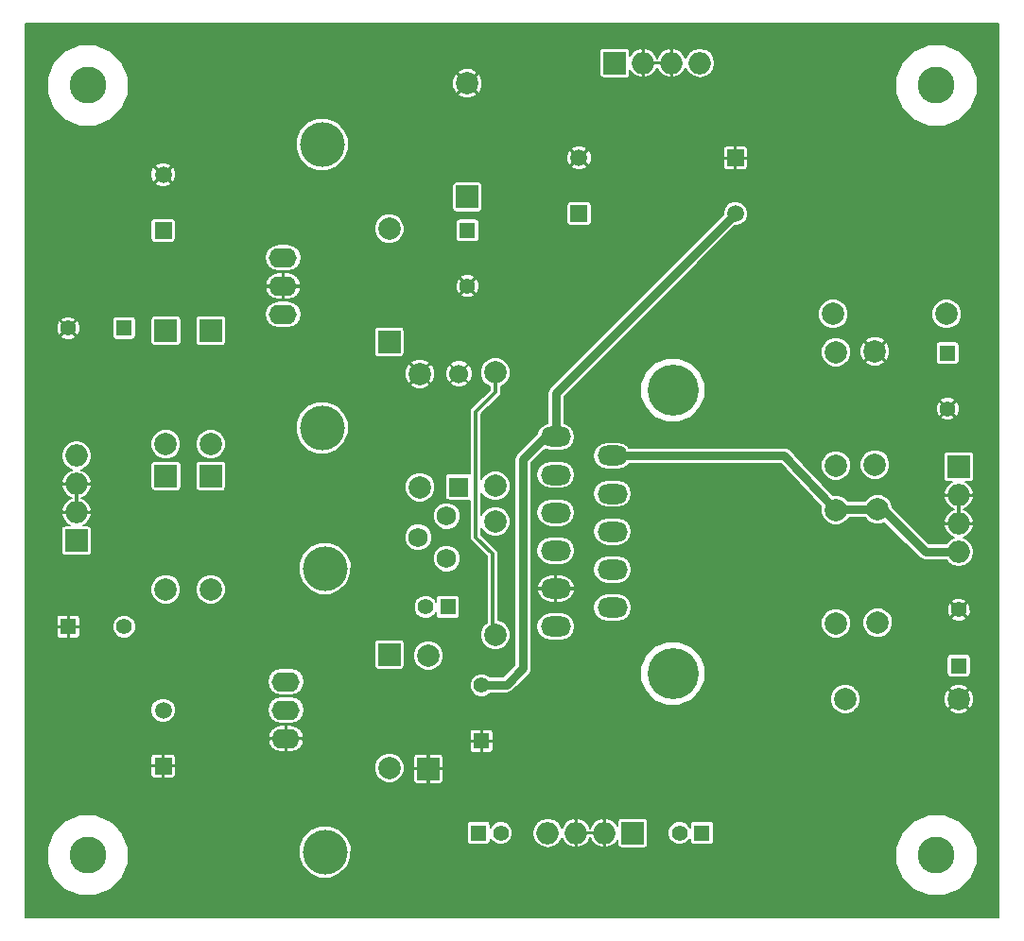
<source format=gtl>
G04 #@! TF.FileFunction,Copper,L1,Top,Signal*
%FSLAX46Y46*%
G04 Gerber Fmt 4.6, Leading zero omitted, Abs format (unit mm)*
G04 Created by KiCad (PCBNEW 4.0.2-stable) date 2016-12-17 4:16:28 PM*
%MOMM*%
G01*
G04 APERTURE LIST*
%ADD10C,0.200000*%
%ADD11R,1.400000X1.400000*%
%ADD12C,1.400000*%
%ADD13R,1.500000X1.500000*%
%ADD14C,1.500000*%
%ADD15C,1.998980*%
%ADD16O,2.499360X1.744980*%
%ADD17O,2.499360X1.747520*%
%ADD18C,4.000500*%
%ADD19R,1.998980X1.998980*%
%ADD20O,2.700020X1.800860*%
%ADD21C,4.572000*%
%ADD22O,1.998980X1.998980*%
%ADD23C,3.302000*%
%ADD24C,1.699260*%
%ADD25R,1.699260X1.699260*%
%ADD26C,1.750060*%
%ADD27C,0.350000*%
%ADD28C,0.800000*%
%ADD29C,0.203200*%
G04 APERTURE END LIST*
D10*
D11*
X135250000Y-135750000D03*
D12*
X135250000Y-130750000D03*
D11*
X135000000Y-144000000D03*
D12*
X137000000Y-144000000D03*
D11*
X155000000Y-144000000D03*
D12*
X153000000Y-144000000D03*
D13*
X144000000Y-88500000D03*
D14*
X144000000Y-83500000D03*
D13*
X158000000Y-83500000D03*
D14*
X158000000Y-88500000D03*
D11*
X178000000Y-129000000D03*
D12*
X178000000Y-124000000D03*
D11*
X177000000Y-101000000D03*
D12*
X177000000Y-106000000D03*
D13*
X106750000Y-90000000D03*
D14*
X106750000Y-85000000D03*
D13*
X106750000Y-138000000D03*
D14*
X106750000Y-133000000D03*
D11*
X134000000Y-90000000D03*
D12*
X134000000Y-95000000D03*
D15*
X129750000Y-113000000D03*
X129750000Y-102840000D03*
X167000000Y-100900000D03*
X167000000Y-111060000D03*
X170500000Y-111000000D03*
X170500000Y-100840000D03*
X167000000Y-125200000D03*
X167000000Y-115040000D03*
X170750000Y-115000000D03*
X170750000Y-125160000D03*
X178000000Y-132000000D03*
X167840000Y-132000000D03*
X166750000Y-97500000D03*
X176910000Y-97500000D03*
D16*
X117500000Y-97540000D03*
D17*
X117500000Y-95000000D03*
X117500000Y-92460000D03*
D18*
X120992500Y-107700000D03*
X120992500Y-82300000D03*
D16*
X117750000Y-135540000D03*
D17*
X117750000Y-133000000D03*
X117750000Y-130460000D03*
D18*
X121242500Y-145700000D03*
X121242500Y-120300000D03*
D15*
X130497460Y-128090000D03*
D19*
X130497460Y-138250000D03*
D15*
X133997460Y-76840000D03*
D19*
X133997460Y-87000000D03*
D15*
X127002540Y-138160000D03*
D19*
X127002540Y-128000000D03*
D15*
X126997460Y-89840000D03*
D19*
X126997460Y-100000000D03*
D15*
X111002540Y-122160000D03*
D19*
X111002540Y-112000000D03*
D15*
X111002540Y-109160000D03*
D19*
X111002540Y-99000000D03*
D15*
X107002540Y-122160000D03*
D19*
X107002540Y-112000000D03*
D15*
X107002540Y-109160000D03*
D19*
X107002540Y-99000000D03*
D20*
X141920000Y-108501160D03*
X147000000Y-110200420D03*
X141920000Y-111899680D03*
X147000000Y-113598940D03*
X141920000Y-115300740D03*
X147000000Y-117000000D03*
X141920000Y-118699260D03*
X147000000Y-120401060D03*
X141920000Y-122100320D03*
X147000000Y-123799580D03*
X141920000Y-125498840D03*
D21*
X152387340Y-129700000D03*
X152387340Y-104300000D03*
D22*
X141190000Y-144000000D03*
D19*
X148810000Y-144000000D03*
D22*
X146270000Y-144000000D03*
X143730000Y-144000000D03*
X178000000Y-118810000D03*
D19*
X178000000Y-111190000D03*
D22*
X178000000Y-113730000D03*
X178000000Y-116270000D03*
X99000000Y-110190000D03*
D19*
X99000000Y-117810000D03*
D22*
X99000000Y-115270000D03*
X99000000Y-112730000D03*
X154810000Y-75000000D03*
D19*
X147190000Y-75000000D03*
D22*
X149730000Y-75000000D03*
X152270000Y-75000000D03*
D23*
X176000000Y-77000000D03*
X176000000Y-146000000D03*
X100000000Y-77000000D03*
X100000000Y-146000000D03*
D11*
X132250000Y-123750000D03*
D12*
X130250000Y-123750000D03*
D24*
X133247460Y-102839480D03*
D25*
X133247460Y-112999480D03*
D15*
X136500000Y-102750000D03*
X136500000Y-112910000D03*
X136500000Y-126250000D03*
X136500000Y-116090000D03*
D26*
X132135000Y-115595000D03*
X129595000Y-117500000D03*
X132135000Y-119405000D03*
D11*
X103250000Y-98750000D03*
D12*
X98250000Y-98750000D03*
D11*
X98250000Y-125500000D03*
D12*
X103250000Y-125500000D03*
D27*
X136500000Y-126250000D02*
X136250000Y-126000000D01*
X136250000Y-126000000D02*
X136250000Y-119000000D01*
X136250000Y-119000000D02*
X134750000Y-117500000D01*
X136498978Y-104500000D02*
X136500000Y-104500000D01*
X134750000Y-117500000D02*
X134750000Y-106248978D01*
X134750000Y-106248978D02*
X136498978Y-104500000D01*
X136500000Y-104500000D02*
X136500000Y-102750000D01*
D28*
X141920000Y-108501160D02*
X140998840Y-108501160D01*
X139000000Y-129250000D02*
X137500000Y-130750000D01*
X140998840Y-108501160D02*
X139000000Y-110500000D01*
X139000000Y-110500000D02*
X139000000Y-129250000D01*
X137500000Y-130750000D02*
X135250000Y-130750000D01*
X141920000Y-108501160D02*
X141920000Y-104580000D01*
X141920000Y-104580000D02*
X158000000Y-88500000D01*
X178000000Y-118810000D02*
X175010000Y-118810000D01*
X175010000Y-118810000D02*
X171200000Y-115000000D01*
X171200000Y-115000000D02*
X170750000Y-115000000D01*
X170750000Y-115000000D02*
X167040000Y-115000000D01*
X167040000Y-115000000D02*
X167000000Y-115040000D01*
X147000000Y-110200420D02*
X162360420Y-110200420D01*
X162360420Y-110200420D02*
X167000000Y-115040000D01*
D29*
G36*
X181569400Y-151569400D02*
X94430600Y-151569400D01*
X94430600Y-146724350D01*
X96341766Y-146724350D01*
X96897429Y-148069157D01*
X97925431Y-149098955D01*
X99269266Y-149656964D01*
X100724350Y-149658234D01*
X102069157Y-149102571D01*
X103098955Y-148074569D01*
X103656964Y-146730734D01*
X103657456Y-146166552D01*
X118886242Y-146166552D01*
X119244143Y-147032739D01*
X119906276Y-147696028D01*
X120771837Y-148055440D01*
X121709052Y-148056258D01*
X122575239Y-147698357D01*
X123238528Y-147036224D01*
X123368029Y-146724350D01*
X172341766Y-146724350D01*
X172897429Y-148069157D01*
X173925431Y-149098955D01*
X175269266Y-149656964D01*
X176724350Y-149658234D01*
X178069157Y-149102571D01*
X179098955Y-148074569D01*
X179656964Y-146730734D01*
X179658234Y-145275650D01*
X179102571Y-143930843D01*
X178074569Y-142901045D01*
X176730734Y-142343036D01*
X175275650Y-142341766D01*
X173930843Y-142897429D01*
X172901045Y-143925431D01*
X172343036Y-145269266D01*
X172341766Y-146724350D01*
X123368029Y-146724350D01*
X123597940Y-146170663D01*
X123598758Y-145233448D01*
X123240857Y-144367261D01*
X122578724Y-143703972D01*
X121713163Y-143344560D01*
X120775948Y-143343742D01*
X119909761Y-143701643D01*
X119246472Y-144363776D01*
X118887060Y-145229337D01*
X118886242Y-146166552D01*
X103657456Y-146166552D01*
X103658234Y-145275650D01*
X103102571Y-143930843D01*
X102472829Y-143300000D01*
X133937434Y-143300000D01*
X133937434Y-144700000D01*
X133962230Y-144831777D01*
X134040110Y-144952807D01*
X134158942Y-145034001D01*
X134300000Y-145062566D01*
X135700000Y-145062566D01*
X135831777Y-145037770D01*
X135952807Y-144959890D01*
X136034001Y-144841058D01*
X136062566Y-144700000D01*
X136062566Y-144495476D01*
X136104584Y-144597168D01*
X136401270Y-144894372D01*
X136789107Y-145055416D01*
X137209051Y-145055782D01*
X137597168Y-144895416D01*
X137894372Y-144598730D01*
X138055416Y-144210893D01*
X138055599Y-144000000D01*
X139808362Y-144000000D01*
X139911512Y-144518570D01*
X140205259Y-144958193D01*
X140644882Y-145251940D01*
X141163452Y-145355090D01*
X141216548Y-145355090D01*
X141735118Y-145251940D01*
X142174741Y-144958193D01*
X142468488Y-144518570D01*
X142480700Y-144457178D01*
X142604617Y-144754847D01*
X142979149Y-145128053D01*
X143467991Y-145329523D01*
X143679200Y-145265242D01*
X143679200Y-144050800D01*
X143780800Y-144050800D01*
X143780800Y-145265242D01*
X143992009Y-145329523D01*
X144480851Y-145128053D01*
X144855383Y-144754847D01*
X145000000Y-144407455D01*
X145144617Y-144754847D01*
X145519149Y-145128053D01*
X146007991Y-145329523D01*
X146219200Y-145265242D01*
X146219200Y-144050800D01*
X145004829Y-144050800D01*
X145000000Y-144066650D01*
X144995171Y-144050800D01*
X143780800Y-144050800D01*
X143679200Y-144050800D01*
X143659200Y-144050800D01*
X143659200Y-143949200D01*
X143679200Y-143949200D01*
X143679200Y-142734758D01*
X143780800Y-142734758D01*
X143780800Y-143949200D01*
X144995171Y-143949200D01*
X145000000Y-143933350D01*
X145004829Y-143949200D01*
X146219200Y-143949200D01*
X146219200Y-142734758D01*
X146320800Y-142734758D01*
X146320800Y-143949200D01*
X146340800Y-143949200D01*
X146340800Y-144050800D01*
X146320800Y-144050800D01*
X146320800Y-145265242D01*
X146532009Y-145329523D01*
X147020851Y-145128053D01*
X147395383Y-144754847D01*
X147447944Y-144628587D01*
X147447944Y-144999490D01*
X147472740Y-145131267D01*
X147550620Y-145252297D01*
X147669452Y-145333491D01*
X147810510Y-145362056D01*
X149809490Y-145362056D01*
X149941267Y-145337260D01*
X150062297Y-145259380D01*
X150143491Y-145140548D01*
X150172056Y-144999490D01*
X150172056Y-144209051D01*
X151944218Y-144209051D01*
X152104584Y-144597168D01*
X152401270Y-144894372D01*
X152789107Y-145055416D01*
X153209051Y-145055782D01*
X153597168Y-144895416D01*
X153894372Y-144598730D01*
X153937434Y-144495025D01*
X153937434Y-144700000D01*
X153962230Y-144831777D01*
X154040110Y-144952807D01*
X154158942Y-145034001D01*
X154300000Y-145062566D01*
X155700000Y-145062566D01*
X155831777Y-145037770D01*
X155952807Y-144959890D01*
X156034001Y-144841058D01*
X156062566Y-144700000D01*
X156062566Y-143300000D01*
X156037770Y-143168223D01*
X155959890Y-143047193D01*
X155841058Y-142965999D01*
X155700000Y-142937434D01*
X154300000Y-142937434D01*
X154168223Y-142962230D01*
X154047193Y-143040110D01*
X153965999Y-143158942D01*
X153937434Y-143300000D01*
X153937434Y-143504524D01*
X153895416Y-143402832D01*
X153598730Y-143105628D01*
X153210893Y-142944584D01*
X152790949Y-142944218D01*
X152402832Y-143104584D01*
X152105628Y-143401270D01*
X151944584Y-143789107D01*
X151944218Y-144209051D01*
X150172056Y-144209051D01*
X150172056Y-143000510D01*
X150147260Y-142868733D01*
X150069380Y-142747703D01*
X149950548Y-142666509D01*
X149809490Y-142637944D01*
X147810510Y-142637944D01*
X147678733Y-142662740D01*
X147557703Y-142740620D01*
X147476509Y-142859452D01*
X147447944Y-143000510D01*
X147447944Y-143371413D01*
X147395383Y-143245153D01*
X147020851Y-142871947D01*
X146532009Y-142670477D01*
X146320800Y-142734758D01*
X146219200Y-142734758D01*
X146007991Y-142670477D01*
X145519149Y-142871947D01*
X145144617Y-143245153D01*
X145000000Y-143592545D01*
X144855383Y-143245153D01*
X144480851Y-142871947D01*
X143992009Y-142670477D01*
X143780800Y-142734758D01*
X143679200Y-142734758D01*
X143467991Y-142670477D01*
X142979149Y-142871947D01*
X142604617Y-143245153D01*
X142480700Y-143542822D01*
X142468488Y-143481430D01*
X142174741Y-143041807D01*
X141735118Y-142748060D01*
X141216548Y-142644910D01*
X141163452Y-142644910D01*
X140644882Y-142748060D01*
X140205259Y-143041807D01*
X139911512Y-143481430D01*
X139808362Y-144000000D01*
X138055599Y-144000000D01*
X138055782Y-143790949D01*
X137895416Y-143402832D01*
X137598730Y-143105628D01*
X137210893Y-142944584D01*
X136790949Y-142944218D01*
X136402832Y-143104584D01*
X136105628Y-143401270D01*
X136062566Y-143504975D01*
X136062566Y-143300000D01*
X136037770Y-143168223D01*
X135959890Y-143047193D01*
X135841058Y-142965999D01*
X135700000Y-142937434D01*
X134300000Y-142937434D01*
X134168223Y-142962230D01*
X134047193Y-143040110D01*
X133965999Y-143158942D01*
X133937434Y-143300000D01*
X102472829Y-143300000D01*
X102074569Y-142901045D01*
X100730734Y-142343036D01*
X99275650Y-142341766D01*
X97930843Y-142897429D01*
X96901045Y-143925431D01*
X96343036Y-145269266D01*
X96341766Y-146724350D01*
X94430600Y-146724350D01*
X94430600Y-138139700D01*
X105644400Y-138139700D01*
X105644400Y-138820733D01*
X105698537Y-138951431D01*
X105798569Y-139051463D01*
X105929267Y-139105600D01*
X106610300Y-139105600D01*
X106699200Y-139016700D01*
X106699200Y-138050800D01*
X106800800Y-138050800D01*
X106800800Y-139016700D01*
X106889700Y-139105600D01*
X107570733Y-139105600D01*
X107701431Y-139051463D01*
X107801463Y-138951431D01*
X107855600Y-138820733D01*
X107855600Y-138428362D01*
X125647215Y-138428362D01*
X125853081Y-138926594D01*
X126233941Y-139308120D01*
X126731813Y-139514854D01*
X127270902Y-139515325D01*
X127769134Y-139309459D01*
X128150660Y-138928599D01*
X128357394Y-138430727D01*
X128357429Y-138389700D01*
X129142370Y-138389700D01*
X129142370Y-139320223D01*
X129196507Y-139450921D01*
X129296539Y-139550953D01*
X129427237Y-139605090D01*
X130357760Y-139605090D01*
X130446660Y-139516190D01*
X130446660Y-138300800D01*
X130548260Y-138300800D01*
X130548260Y-139516190D01*
X130637160Y-139605090D01*
X131567683Y-139605090D01*
X131698381Y-139550953D01*
X131798413Y-139450921D01*
X131852550Y-139320223D01*
X131852550Y-138389700D01*
X131763650Y-138300800D01*
X130548260Y-138300800D01*
X130446660Y-138300800D01*
X129231270Y-138300800D01*
X129142370Y-138389700D01*
X128357429Y-138389700D01*
X128357865Y-137891638D01*
X128151999Y-137393406D01*
X127938743Y-137179777D01*
X129142370Y-137179777D01*
X129142370Y-138110300D01*
X129231270Y-138199200D01*
X130446660Y-138199200D01*
X130446660Y-136983810D01*
X130548260Y-136983810D01*
X130548260Y-138199200D01*
X131763650Y-138199200D01*
X131852550Y-138110300D01*
X131852550Y-137179777D01*
X131798413Y-137049079D01*
X131698381Y-136949047D01*
X131567683Y-136894910D01*
X130637160Y-136894910D01*
X130548260Y-136983810D01*
X130446660Y-136983810D01*
X130357760Y-136894910D01*
X129427237Y-136894910D01*
X129296539Y-136949047D01*
X129196507Y-137049079D01*
X129142370Y-137179777D01*
X127938743Y-137179777D01*
X127771139Y-137011880D01*
X127273267Y-136805146D01*
X126734178Y-136804675D01*
X126235946Y-137010541D01*
X125854420Y-137391401D01*
X125647686Y-137889273D01*
X125647215Y-138428362D01*
X107855600Y-138428362D01*
X107855600Y-138139700D01*
X107766700Y-138050800D01*
X106800800Y-138050800D01*
X106699200Y-138050800D01*
X105733300Y-138050800D01*
X105644400Y-138139700D01*
X94430600Y-138139700D01*
X94430600Y-137179267D01*
X105644400Y-137179267D01*
X105644400Y-137860300D01*
X105733300Y-137949200D01*
X106699200Y-137949200D01*
X106699200Y-136983300D01*
X106800800Y-136983300D01*
X106800800Y-137949200D01*
X107766700Y-137949200D01*
X107855600Y-137860300D01*
X107855600Y-137179267D01*
X107801463Y-137048569D01*
X107701431Y-136948537D01*
X107570733Y-136894400D01*
X106889700Y-136894400D01*
X106800800Y-136983300D01*
X106699200Y-136983300D01*
X106610300Y-136894400D01*
X105929267Y-136894400D01*
X105798569Y-136948537D01*
X105698537Y-137048569D01*
X105644400Y-137179267D01*
X94430600Y-137179267D01*
X94430600Y-135782126D01*
X116168825Y-135782126D01*
X116218762Y-135963037D01*
X116468498Y-136372470D01*
X116855907Y-136655167D01*
X117322010Y-136768090D01*
X117699200Y-136768090D01*
X117699200Y-135590800D01*
X117800800Y-135590800D01*
X117800800Y-136768090D01*
X118177990Y-136768090D01*
X118644093Y-136655167D01*
X119031502Y-136372470D01*
X119281238Y-135963037D01*
X119301481Y-135889700D01*
X134194400Y-135889700D01*
X134194400Y-136520733D01*
X134248537Y-136651431D01*
X134348569Y-136751463D01*
X134479267Y-136805600D01*
X135110300Y-136805600D01*
X135199200Y-136716700D01*
X135199200Y-135800800D01*
X135300800Y-135800800D01*
X135300800Y-136716700D01*
X135389700Y-136805600D01*
X136020733Y-136805600D01*
X136151431Y-136751463D01*
X136251463Y-136651431D01*
X136305600Y-136520733D01*
X136305600Y-135889700D01*
X136216700Y-135800800D01*
X135300800Y-135800800D01*
X135199200Y-135800800D01*
X134283300Y-135800800D01*
X134194400Y-135889700D01*
X119301481Y-135889700D01*
X119331175Y-135782126D01*
X119265247Y-135590800D01*
X117800800Y-135590800D01*
X117699200Y-135590800D01*
X116234753Y-135590800D01*
X116168825Y-135782126D01*
X94430600Y-135782126D01*
X94430600Y-135297874D01*
X116168825Y-135297874D01*
X116234753Y-135489200D01*
X117699200Y-135489200D01*
X117699200Y-134311910D01*
X117800800Y-134311910D01*
X117800800Y-135489200D01*
X119265247Y-135489200D01*
X119331175Y-135297874D01*
X119281238Y-135116963D01*
X119197250Y-134979267D01*
X134194400Y-134979267D01*
X134194400Y-135610300D01*
X134283300Y-135699200D01*
X135199200Y-135699200D01*
X135199200Y-134783300D01*
X135300800Y-134783300D01*
X135300800Y-135699200D01*
X136216700Y-135699200D01*
X136305600Y-135610300D01*
X136305600Y-134979267D01*
X136251463Y-134848569D01*
X136151431Y-134748537D01*
X136020733Y-134694400D01*
X135389700Y-134694400D01*
X135300800Y-134783300D01*
X135199200Y-134783300D01*
X135110300Y-134694400D01*
X134479267Y-134694400D01*
X134348569Y-134748537D01*
X134248537Y-134848569D01*
X134194400Y-134979267D01*
X119197250Y-134979267D01*
X119031502Y-134707530D01*
X118644093Y-134424833D01*
X118177990Y-134311910D01*
X117800800Y-134311910D01*
X117699200Y-134311910D01*
X117322010Y-134311910D01*
X116855907Y-134424833D01*
X116468498Y-134707530D01*
X116218762Y-135116963D01*
X116168825Y-135297874D01*
X94430600Y-135297874D01*
X94430600Y-133218953D01*
X105644208Y-133218953D01*
X105812171Y-133625454D01*
X106122910Y-133936736D01*
X106529118Y-134105408D01*
X106968953Y-134105792D01*
X107375454Y-133937829D01*
X107686736Y-133627090D01*
X107855408Y-133220882D01*
X107855600Y-133000000D01*
X116113271Y-133000000D01*
X116206850Y-133470456D01*
X116473342Y-133869289D01*
X116872175Y-134135781D01*
X117342631Y-134229360D01*
X118157369Y-134229360D01*
X118627825Y-134135781D01*
X119026658Y-133869289D01*
X119293150Y-133470456D01*
X119386729Y-133000000D01*
X119293150Y-132529544D01*
X119026658Y-132130711D01*
X118627825Y-131864219D01*
X118157369Y-131770640D01*
X117342631Y-131770640D01*
X116872175Y-131864219D01*
X116473342Y-132130711D01*
X116206850Y-132529544D01*
X116113271Y-133000000D01*
X107855600Y-133000000D01*
X107855792Y-132781047D01*
X107687829Y-132374546D01*
X107377090Y-132063264D01*
X106970882Y-131894592D01*
X106531047Y-131894208D01*
X106124546Y-132062171D01*
X105813264Y-132372910D01*
X105644592Y-132779118D01*
X105644208Y-133218953D01*
X94430600Y-133218953D01*
X94430600Y-130460000D01*
X116113271Y-130460000D01*
X116206850Y-130930456D01*
X116473342Y-131329289D01*
X116872175Y-131595781D01*
X117342631Y-131689360D01*
X118157369Y-131689360D01*
X118627825Y-131595781D01*
X119026658Y-131329289D01*
X119274043Y-130959051D01*
X134194218Y-130959051D01*
X134354584Y-131347168D01*
X134651270Y-131644372D01*
X135039107Y-131805416D01*
X135459051Y-131805782D01*
X135847168Y-131645416D01*
X135987228Y-131505600D01*
X137500000Y-131505600D01*
X137789156Y-131448083D01*
X138034290Y-131284290D01*
X139046721Y-130271859D01*
X149499240Y-130271859D01*
X149937925Y-131333557D01*
X150749511Y-132146560D01*
X151810441Y-132587097D01*
X152959199Y-132588100D01*
X153733023Y-132268362D01*
X166484675Y-132268362D01*
X166690541Y-132766594D01*
X167071401Y-133148120D01*
X167569273Y-133354854D01*
X168108362Y-133355325D01*
X168606594Y-133149459D01*
X168807084Y-132949318D01*
X177122524Y-132949318D01*
X177229541Y-133146872D01*
X177727077Y-133354414D01*
X178266164Y-133355759D01*
X178764730Y-133150702D01*
X178770459Y-133146872D01*
X178877476Y-132949318D01*
X178000000Y-132071842D01*
X177122524Y-132949318D01*
X168807084Y-132949318D01*
X168988120Y-132768599D01*
X169194854Y-132270727D01*
X169194857Y-132266164D01*
X176644241Y-132266164D01*
X176849298Y-132764730D01*
X176853128Y-132770459D01*
X177050682Y-132877476D01*
X177928158Y-132000000D01*
X178071842Y-132000000D01*
X178949318Y-132877476D01*
X179146872Y-132770459D01*
X179354414Y-132272923D01*
X179355759Y-131733836D01*
X179150702Y-131235270D01*
X179146872Y-131229541D01*
X178949318Y-131122524D01*
X178071842Y-132000000D01*
X177928158Y-132000000D01*
X177050682Y-131122524D01*
X176853128Y-131229541D01*
X176645586Y-131727077D01*
X176644241Y-132266164D01*
X169194857Y-132266164D01*
X169195325Y-131731638D01*
X168989459Y-131233406D01*
X168807054Y-131050682D01*
X177122524Y-131050682D01*
X178000000Y-131928158D01*
X178877476Y-131050682D01*
X178770459Y-130853128D01*
X178272923Y-130645586D01*
X177733836Y-130644241D01*
X177235270Y-130849298D01*
X177229541Y-130853128D01*
X177122524Y-131050682D01*
X168807054Y-131050682D01*
X168608599Y-130851880D01*
X168110727Y-130645146D01*
X167571638Y-130644675D01*
X167073406Y-130850541D01*
X166691880Y-131231401D01*
X166485146Y-131729273D01*
X166484675Y-132268362D01*
X153733023Y-132268362D01*
X154020897Y-132149415D01*
X154833900Y-131337829D01*
X155274437Y-130276899D01*
X155275440Y-129128141D01*
X154933259Y-128300000D01*
X176937434Y-128300000D01*
X176937434Y-129700000D01*
X176962230Y-129831777D01*
X177040110Y-129952807D01*
X177158942Y-130034001D01*
X177300000Y-130062566D01*
X178700000Y-130062566D01*
X178831777Y-130037770D01*
X178952807Y-129959890D01*
X179034001Y-129841058D01*
X179062566Y-129700000D01*
X179062566Y-128300000D01*
X179037770Y-128168223D01*
X178959890Y-128047193D01*
X178841058Y-127965999D01*
X178700000Y-127937434D01*
X177300000Y-127937434D01*
X177168223Y-127962230D01*
X177047193Y-128040110D01*
X176965999Y-128158942D01*
X176937434Y-128300000D01*
X154933259Y-128300000D01*
X154836755Y-128066443D01*
X154025169Y-127253440D01*
X152964239Y-126812903D01*
X151815481Y-126811900D01*
X150753783Y-127250585D01*
X149940780Y-128062171D01*
X149500243Y-129123101D01*
X149499240Y-130271859D01*
X139046721Y-130271859D01*
X139534290Y-129784290D01*
X139698083Y-129539156D01*
X139755600Y-129250000D01*
X139755600Y-125498840D01*
X140180975Y-125498840D01*
X140276585Y-125979502D01*
X140548858Y-126386987D01*
X140956343Y-126659260D01*
X141437005Y-126754870D01*
X142402995Y-126754870D01*
X142883657Y-126659260D01*
X143291142Y-126386987D01*
X143563415Y-125979502D01*
X143659025Y-125498840D01*
X143652963Y-125468362D01*
X165644675Y-125468362D01*
X165850541Y-125966594D01*
X166231401Y-126348120D01*
X166729273Y-126554854D01*
X167268362Y-126555325D01*
X167766594Y-126349459D01*
X168148120Y-125968599D01*
X168354854Y-125470727D01*
X168354891Y-125428362D01*
X169394675Y-125428362D01*
X169600541Y-125926594D01*
X169981401Y-126308120D01*
X170479273Y-126514854D01*
X171018362Y-126515325D01*
X171516594Y-126309459D01*
X171898120Y-125928599D01*
X172104854Y-125430727D01*
X172105325Y-124891638D01*
X172039851Y-124733179D01*
X177338663Y-124733179D01*
X177409182Y-124899617D01*
X177798424Y-125057234D01*
X178218354Y-125053897D01*
X178590818Y-124899617D01*
X178661337Y-124733179D01*
X178000000Y-124071842D01*
X177338663Y-124733179D01*
X172039851Y-124733179D01*
X171899459Y-124393406D01*
X171518599Y-124011880D01*
X171020727Y-123805146D01*
X170481638Y-123804675D01*
X169983406Y-124010541D01*
X169601880Y-124391401D01*
X169395146Y-124889273D01*
X169394675Y-125428362D01*
X168354891Y-125428362D01*
X168355325Y-124931638D01*
X168149459Y-124433406D01*
X167768599Y-124051880D01*
X167270727Y-123845146D01*
X166731638Y-123844675D01*
X166233406Y-124050541D01*
X165851880Y-124431401D01*
X165645146Y-124929273D01*
X165644675Y-125468362D01*
X143652963Y-125468362D01*
X143563415Y-125018178D01*
X143291142Y-124610693D01*
X142883657Y-124338420D01*
X142402995Y-124242810D01*
X141437005Y-124242810D01*
X140956343Y-124338420D01*
X140548858Y-124610693D01*
X140276585Y-125018178D01*
X140180975Y-125498840D01*
X139755600Y-125498840D01*
X139755600Y-123799580D01*
X145260975Y-123799580D01*
X145356585Y-124280242D01*
X145628858Y-124687727D01*
X146036343Y-124960000D01*
X146517005Y-125055610D01*
X147482995Y-125055610D01*
X147963657Y-124960000D01*
X148371142Y-124687727D01*
X148643415Y-124280242D01*
X148739025Y-123799580D01*
X148738796Y-123798424D01*
X176942766Y-123798424D01*
X176946103Y-124218354D01*
X177100383Y-124590818D01*
X177266821Y-124661337D01*
X177928158Y-124000000D01*
X178071842Y-124000000D01*
X178733179Y-124661337D01*
X178899617Y-124590818D01*
X179057234Y-124201576D01*
X179053897Y-123781646D01*
X178899617Y-123409182D01*
X178733179Y-123338663D01*
X178071842Y-124000000D01*
X177928158Y-124000000D01*
X177266821Y-123338663D01*
X177100383Y-123409182D01*
X176942766Y-123798424D01*
X148738796Y-123798424D01*
X148643415Y-123318918D01*
X148608605Y-123266821D01*
X177338663Y-123266821D01*
X178000000Y-123928158D01*
X178661337Y-123266821D01*
X178590818Y-123100383D01*
X178201576Y-122942766D01*
X177781646Y-122946103D01*
X177409182Y-123100383D01*
X177338663Y-123266821D01*
X148608605Y-123266821D01*
X148371142Y-122911433D01*
X147963657Y-122639160D01*
X147482995Y-122543550D01*
X146517005Y-122543550D01*
X146036343Y-122639160D01*
X145628858Y-122911433D01*
X145356585Y-123318918D01*
X145260975Y-123799580D01*
X139755600Y-123799580D01*
X139755600Y-122346820D01*
X140238816Y-122346820D01*
X140290560Y-122534049D01*
X140546352Y-122952546D01*
X140942825Y-123241300D01*
X141419620Y-123356350D01*
X141869200Y-123356350D01*
X141869200Y-122151120D01*
X141970800Y-122151120D01*
X141970800Y-123356350D01*
X142420380Y-123356350D01*
X142897175Y-123241300D01*
X143293648Y-122952546D01*
X143549440Y-122534049D01*
X143601184Y-122346820D01*
X143535604Y-122151120D01*
X141970800Y-122151120D01*
X141869200Y-122151120D01*
X140304396Y-122151120D01*
X140238816Y-122346820D01*
X139755600Y-122346820D01*
X139755600Y-121853820D01*
X140238816Y-121853820D01*
X140304396Y-122049520D01*
X141869200Y-122049520D01*
X141869200Y-120844290D01*
X141970800Y-120844290D01*
X141970800Y-122049520D01*
X143535604Y-122049520D01*
X143601184Y-121853820D01*
X143549440Y-121666591D01*
X143293648Y-121248094D01*
X142897175Y-120959340D01*
X142420380Y-120844290D01*
X141970800Y-120844290D01*
X141869200Y-120844290D01*
X141419620Y-120844290D01*
X140942825Y-120959340D01*
X140546352Y-121248094D01*
X140290560Y-121666591D01*
X140238816Y-121853820D01*
X139755600Y-121853820D01*
X139755600Y-120401060D01*
X145260975Y-120401060D01*
X145356585Y-120881722D01*
X145628858Y-121289207D01*
X146036343Y-121561480D01*
X146517005Y-121657090D01*
X147482995Y-121657090D01*
X147963657Y-121561480D01*
X148371142Y-121289207D01*
X148643415Y-120881722D01*
X148739025Y-120401060D01*
X148643415Y-119920398D01*
X148371142Y-119512913D01*
X147963657Y-119240640D01*
X147482995Y-119145030D01*
X146517005Y-119145030D01*
X146036343Y-119240640D01*
X145628858Y-119512913D01*
X145356585Y-119920398D01*
X145260975Y-120401060D01*
X139755600Y-120401060D01*
X139755600Y-118699260D01*
X140180975Y-118699260D01*
X140276585Y-119179922D01*
X140548858Y-119587407D01*
X140956343Y-119859680D01*
X141437005Y-119955290D01*
X142402995Y-119955290D01*
X142883657Y-119859680D01*
X143291142Y-119587407D01*
X143563415Y-119179922D01*
X143659025Y-118699260D01*
X143563415Y-118218598D01*
X143291142Y-117811113D01*
X142883657Y-117538840D01*
X142402995Y-117443230D01*
X141437005Y-117443230D01*
X140956343Y-117538840D01*
X140548858Y-117811113D01*
X140276585Y-118218598D01*
X140180975Y-118699260D01*
X139755600Y-118699260D01*
X139755600Y-117000000D01*
X145260975Y-117000000D01*
X145356585Y-117480662D01*
X145628858Y-117888147D01*
X146036343Y-118160420D01*
X146517005Y-118256030D01*
X147482995Y-118256030D01*
X147963657Y-118160420D01*
X148371142Y-117888147D01*
X148643415Y-117480662D01*
X148739025Y-117000000D01*
X148643415Y-116519338D01*
X148371142Y-116111853D01*
X147963657Y-115839580D01*
X147482995Y-115743970D01*
X146517005Y-115743970D01*
X146036343Y-115839580D01*
X145628858Y-116111853D01*
X145356585Y-116519338D01*
X145260975Y-117000000D01*
X139755600Y-117000000D01*
X139755600Y-115300740D01*
X140180975Y-115300740D01*
X140276585Y-115781402D01*
X140548858Y-116188887D01*
X140956343Y-116461160D01*
X141437005Y-116556770D01*
X142402995Y-116556770D01*
X142883657Y-116461160D01*
X143291142Y-116188887D01*
X143563415Y-115781402D01*
X143659025Y-115300740D01*
X143563415Y-114820078D01*
X143291142Y-114412593D01*
X142883657Y-114140320D01*
X142402995Y-114044710D01*
X141437005Y-114044710D01*
X140956343Y-114140320D01*
X140548858Y-114412593D01*
X140276585Y-114820078D01*
X140180975Y-115300740D01*
X139755600Y-115300740D01*
X139755600Y-113598940D01*
X145260975Y-113598940D01*
X145356585Y-114079602D01*
X145628858Y-114487087D01*
X146036343Y-114759360D01*
X146517005Y-114854970D01*
X147482995Y-114854970D01*
X147963657Y-114759360D01*
X148371142Y-114487087D01*
X148643415Y-114079602D01*
X148739025Y-113598940D01*
X148643415Y-113118278D01*
X148371142Y-112710793D01*
X147963657Y-112438520D01*
X147482995Y-112342910D01*
X146517005Y-112342910D01*
X146036343Y-112438520D01*
X145628858Y-112710793D01*
X145356585Y-113118278D01*
X145260975Y-113598940D01*
X139755600Y-113598940D01*
X139755600Y-111899680D01*
X140180975Y-111899680D01*
X140276585Y-112380342D01*
X140548858Y-112787827D01*
X140956343Y-113060100D01*
X141437005Y-113155710D01*
X142402995Y-113155710D01*
X142883657Y-113060100D01*
X143291142Y-112787827D01*
X143563415Y-112380342D01*
X143659025Y-111899680D01*
X143563415Y-111419018D01*
X143291142Y-111011533D01*
X142883657Y-110739260D01*
X142402995Y-110643650D01*
X141437005Y-110643650D01*
X140956343Y-110739260D01*
X140548858Y-111011533D01*
X140276585Y-111419018D01*
X140180975Y-111899680D01*
X139755600Y-111899680D01*
X139755600Y-110812980D01*
X140368160Y-110200420D01*
X145260975Y-110200420D01*
X145356585Y-110681082D01*
X145628858Y-111088567D01*
X146036343Y-111360840D01*
X146517005Y-111456450D01*
X147482995Y-111456450D01*
X147963657Y-111360840D01*
X148371142Y-111088567D01*
X148459707Y-110956020D01*
X162038062Y-110956020D01*
X165659829Y-114733912D01*
X165645146Y-114769273D01*
X165644675Y-115308362D01*
X165850541Y-115806594D01*
X166231401Y-116188120D01*
X166729273Y-116394854D01*
X167268362Y-116395325D01*
X167766594Y-116189459D01*
X168148120Y-115808599D01*
X168170127Y-115755600D01*
X169595998Y-115755600D01*
X169600541Y-115766594D01*
X169981401Y-116148120D01*
X170479273Y-116354854D01*
X171018362Y-116355325D01*
X171349798Y-116218378D01*
X174475710Y-119344290D01*
X174720845Y-119508084D01*
X175010000Y-119565600D01*
X176888700Y-119565600D01*
X177041807Y-119794741D01*
X177481430Y-120088488D01*
X178000000Y-120191638D01*
X178518570Y-120088488D01*
X178958193Y-119794741D01*
X179251940Y-119355118D01*
X179355090Y-118836548D01*
X179355090Y-118783452D01*
X179251940Y-118264882D01*
X178958193Y-117825259D01*
X178518570Y-117531512D01*
X178457178Y-117519300D01*
X178754847Y-117395383D01*
X179128053Y-117020851D01*
X179329523Y-116532009D01*
X179265242Y-116320800D01*
X178050800Y-116320800D01*
X178050800Y-116340800D01*
X177949200Y-116340800D01*
X177949200Y-116320800D01*
X176734758Y-116320800D01*
X176670477Y-116532009D01*
X176871947Y-117020851D01*
X177245153Y-117395383D01*
X177542822Y-117519300D01*
X177481430Y-117531512D01*
X177041807Y-117825259D01*
X176888700Y-118054400D01*
X175322980Y-118054400D01*
X172105233Y-114836653D01*
X172105325Y-114731638D01*
X171899459Y-114233406D01*
X171658484Y-113992009D01*
X176670477Y-113992009D01*
X176871947Y-114480851D01*
X177245153Y-114855383D01*
X177592545Y-115000000D01*
X177245153Y-115144617D01*
X176871947Y-115519149D01*
X176670477Y-116007991D01*
X176734758Y-116219200D01*
X177949200Y-116219200D01*
X177949200Y-115004829D01*
X177933350Y-115000000D01*
X177949200Y-114995171D01*
X177949200Y-113780800D01*
X178050800Y-113780800D01*
X178050800Y-114995171D01*
X178066650Y-115000000D01*
X178050800Y-115004829D01*
X178050800Y-116219200D01*
X179265242Y-116219200D01*
X179329523Y-116007991D01*
X179128053Y-115519149D01*
X178754847Y-115144617D01*
X178407455Y-115000000D01*
X178754847Y-114855383D01*
X179128053Y-114480851D01*
X179329523Y-113992009D01*
X179265242Y-113780800D01*
X178050800Y-113780800D01*
X177949200Y-113780800D01*
X176734758Y-113780800D01*
X176670477Y-113992009D01*
X171658484Y-113992009D01*
X171518599Y-113851880D01*
X171020727Y-113645146D01*
X170481638Y-113644675D01*
X169983406Y-113850541D01*
X169601880Y-114231401D01*
X169596482Y-114244400D01*
X168120504Y-114244400D01*
X167768599Y-113891880D01*
X167270727Y-113685146D01*
X166747431Y-113684689D01*
X164488482Y-111328362D01*
X165644675Y-111328362D01*
X165850541Y-111826594D01*
X166231401Y-112208120D01*
X166729273Y-112414854D01*
X167268362Y-112415325D01*
X167766594Y-112209459D01*
X168148120Y-111828599D01*
X168354854Y-111330727D01*
X168354908Y-111268362D01*
X169144675Y-111268362D01*
X169350541Y-111766594D01*
X169731401Y-112148120D01*
X170229273Y-112354854D01*
X170768362Y-112355325D01*
X171266594Y-112149459D01*
X171648120Y-111768599D01*
X171854854Y-111270727D01*
X171855325Y-110731638D01*
X171649459Y-110233406D01*
X171606638Y-110190510D01*
X176637944Y-110190510D01*
X176637944Y-112189490D01*
X176662740Y-112321267D01*
X176740620Y-112442297D01*
X176859452Y-112523491D01*
X177000510Y-112552056D01*
X177371413Y-112552056D01*
X177245153Y-112604617D01*
X176871947Y-112979149D01*
X176670477Y-113467991D01*
X176734758Y-113679200D01*
X177949200Y-113679200D01*
X177949200Y-113659200D01*
X178050800Y-113659200D01*
X178050800Y-113679200D01*
X179265242Y-113679200D01*
X179329523Y-113467991D01*
X179128053Y-112979149D01*
X178754847Y-112604617D01*
X178628587Y-112552056D01*
X178999490Y-112552056D01*
X179131267Y-112527260D01*
X179252297Y-112449380D01*
X179333491Y-112330548D01*
X179362056Y-112189490D01*
X179362056Y-110190510D01*
X179337260Y-110058733D01*
X179259380Y-109937703D01*
X179140548Y-109856509D01*
X178999490Y-109827944D01*
X177000510Y-109827944D01*
X176868733Y-109852740D01*
X176747703Y-109930620D01*
X176666509Y-110049452D01*
X176637944Y-110190510D01*
X171606638Y-110190510D01*
X171268599Y-109851880D01*
X170770727Y-109645146D01*
X170231638Y-109644675D01*
X169733406Y-109850541D01*
X169351880Y-110231401D01*
X169145146Y-110729273D01*
X169144675Y-111268362D01*
X168354908Y-111268362D01*
X168355325Y-110791638D01*
X168149459Y-110293406D01*
X167768599Y-109911880D01*
X167270727Y-109705146D01*
X166731638Y-109704675D01*
X166233406Y-109910541D01*
X165851880Y-110291401D01*
X165645146Y-110789273D01*
X165644675Y-111328362D01*
X164488482Y-111328362D01*
X162905861Y-109677519D01*
X162899215Y-109672873D01*
X162894710Y-109666130D01*
X162778641Y-109588576D01*
X162664236Y-109508591D01*
X162656317Y-109506841D01*
X162649576Y-109502337D01*
X162512682Y-109475107D01*
X162376359Y-109444988D01*
X162368373Y-109446402D01*
X162360420Y-109444820D01*
X148459707Y-109444820D01*
X148371142Y-109312273D01*
X147963657Y-109040000D01*
X147482995Y-108944390D01*
X146517005Y-108944390D01*
X146036343Y-109040000D01*
X145628858Y-109312273D01*
X145356585Y-109719758D01*
X145260975Y-110200420D01*
X140368160Y-110200420D01*
X140926764Y-109641816D01*
X140956343Y-109661580D01*
X141437005Y-109757190D01*
X142402995Y-109757190D01*
X142883657Y-109661580D01*
X143291142Y-109389307D01*
X143563415Y-108981822D01*
X143659025Y-108501160D01*
X143563415Y-108020498D01*
X143291142Y-107613013D01*
X142883657Y-107340740D01*
X142675600Y-107299355D01*
X142675600Y-104892980D01*
X142696721Y-104871859D01*
X149499240Y-104871859D01*
X149937925Y-105933557D01*
X150749511Y-106746560D01*
X151810441Y-107187097D01*
X152959199Y-107188100D01*
X154020897Y-106749415D01*
X154037161Y-106733179D01*
X176338663Y-106733179D01*
X176409182Y-106899617D01*
X176798424Y-107057234D01*
X177218354Y-107053897D01*
X177590818Y-106899617D01*
X177661337Y-106733179D01*
X177000000Y-106071842D01*
X176338663Y-106733179D01*
X154037161Y-106733179D01*
X154833900Y-105937829D01*
X154891786Y-105798424D01*
X175942766Y-105798424D01*
X175946103Y-106218354D01*
X176100383Y-106590818D01*
X176266821Y-106661337D01*
X176928158Y-106000000D01*
X177071842Y-106000000D01*
X177733179Y-106661337D01*
X177899617Y-106590818D01*
X178057234Y-106201576D01*
X178053897Y-105781646D01*
X177899617Y-105409182D01*
X177733179Y-105338663D01*
X177071842Y-106000000D01*
X176928158Y-106000000D01*
X176266821Y-105338663D01*
X176100383Y-105409182D01*
X175942766Y-105798424D01*
X154891786Y-105798424D01*
X155112527Y-105266821D01*
X176338663Y-105266821D01*
X177000000Y-105928158D01*
X177661337Y-105266821D01*
X177590818Y-105100383D01*
X177201576Y-104942766D01*
X176781646Y-104946103D01*
X176409182Y-105100383D01*
X176338663Y-105266821D01*
X155112527Y-105266821D01*
X155274437Y-104876899D01*
X155275440Y-103728141D01*
X154836755Y-102666443D01*
X154025169Y-101853440D01*
X152964239Y-101412903D01*
X151815481Y-101411900D01*
X150753783Y-101850585D01*
X149940780Y-102662171D01*
X149500243Y-103723101D01*
X149499240Y-104871859D01*
X142696721Y-104871859D01*
X146400218Y-101168362D01*
X165644675Y-101168362D01*
X165850541Y-101666594D01*
X166231401Y-102048120D01*
X166729273Y-102254854D01*
X167268362Y-102255325D01*
X167766594Y-102049459D01*
X168027189Y-101789318D01*
X169622524Y-101789318D01*
X169729541Y-101986872D01*
X170227077Y-102194414D01*
X170766164Y-102195759D01*
X171264730Y-101990702D01*
X171270459Y-101986872D01*
X171377476Y-101789318D01*
X170500000Y-100911842D01*
X169622524Y-101789318D01*
X168027189Y-101789318D01*
X168148120Y-101668599D01*
X168354854Y-101170727D01*
X168354910Y-101106164D01*
X169144241Y-101106164D01*
X169349298Y-101604730D01*
X169353128Y-101610459D01*
X169550682Y-101717476D01*
X170428158Y-100840000D01*
X170571842Y-100840000D01*
X171449318Y-101717476D01*
X171646872Y-101610459D01*
X171854414Y-101112923D01*
X171855759Y-100573836D01*
X171743133Y-100300000D01*
X175937434Y-100300000D01*
X175937434Y-101700000D01*
X175962230Y-101831777D01*
X176040110Y-101952807D01*
X176158942Y-102034001D01*
X176300000Y-102062566D01*
X177700000Y-102062566D01*
X177831777Y-102037770D01*
X177952807Y-101959890D01*
X178034001Y-101841058D01*
X178062566Y-101700000D01*
X178062566Y-100300000D01*
X178037770Y-100168223D01*
X177959890Y-100047193D01*
X177841058Y-99965999D01*
X177700000Y-99937434D01*
X176300000Y-99937434D01*
X176168223Y-99962230D01*
X176047193Y-100040110D01*
X175965999Y-100158942D01*
X175937434Y-100300000D01*
X171743133Y-100300000D01*
X171650702Y-100075270D01*
X171646872Y-100069541D01*
X171449318Y-99962524D01*
X170571842Y-100840000D01*
X170428158Y-100840000D01*
X169550682Y-99962524D01*
X169353128Y-100069541D01*
X169145586Y-100567077D01*
X169144241Y-101106164D01*
X168354910Y-101106164D01*
X168355325Y-100631638D01*
X168149459Y-100133406D01*
X167907159Y-99890682D01*
X169622524Y-99890682D01*
X170500000Y-100768158D01*
X171377476Y-99890682D01*
X171270459Y-99693128D01*
X170772923Y-99485586D01*
X170233836Y-99484241D01*
X169735270Y-99689298D01*
X169729541Y-99693128D01*
X169622524Y-99890682D01*
X167907159Y-99890682D01*
X167768599Y-99751880D01*
X167270727Y-99545146D01*
X166731638Y-99544675D01*
X166233406Y-99750541D01*
X165851880Y-100131401D01*
X165645146Y-100629273D01*
X165644675Y-101168362D01*
X146400218Y-101168362D01*
X149800218Y-97768362D01*
X165394675Y-97768362D01*
X165600541Y-98266594D01*
X165981401Y-98648120D01*
X166479273Y-98854854D01*
X167018362Y-98855325D01*
X167516594Y-98649459D01*
X167898120Y-98268599D01*
X168104854Y-97770727D01*
X168104856Y-97768362D01*
X175554675Y-97768362D01*
X175760541Y-98266594D01*
X176141401Y-98648120D01*
X176639273Y-98854854D01*
X177178362Y-98855325D01*
X177676594Y-98649459D01*
X178058120Y-98268599D01*
X178264854Y-97770727D01*
X178265325Y-97231638D01*
X178059459Y-96733406D01*
X177678599Y-96351880D01*
X177180727Y-96145146D01*
X176641638Y-96144675D01*
X176143406Y-96350541D01*
X175761880Y-96731401D01*
X175555146Y-97229273D01*
X175554675Y-97768362D01*
X168104856Y-97768362D01*
X168105325Y-97231638D01*
X167899459Y-96733406D01*
X167518599Y-96351880D01*
X167020727Y-96145146D01*
X166481638Y-96144675D01*
X165983406Y-96350541D01*
X165601880Y-96731401D01*
X165395146Y-97229273D01*
X165394675Y-97768362D01*
X149800218Y-97768362D01*
X157963011Y-89605569D01*
X158218953Y-89605792D01*
X158625454Y-89437829D01*
X158936736Y-89127090D01*
X159105408Y-88720882D01*
X159105792Y-88281047D01*
X158937829Y-87874546D01*
X158627090Y-87563264D01*
X158220882Y-87394592D01*
X157781047Y-87394208D01*
X157374546Y-87562171D01*
X157063264Y-87872910D01*
X156894592Y-88279118D01*
X156894367Y-88537053D01*
X141385710Y-104045710D01*
X141221917Y-104290844D01*
X141164400Y-104580000D01*
X141164400Y-107299355D01*
X140956343Y-107340740D01*
X140548858Y-107613013D01*
X140276585Y-108020498D01*
X140243229Y-108188191D01*
X138465710Y-109965710D01*
X138301917Y-110210844D01*
X138244400Y-110500000D01*
X138244400Y-128937020D01*
X137187020Y-129994400D01*
X135987260Y-129994400D01*
X135848730Y-129855628D01*
X135460893Y-129694584D01*
X135040949Y-129694218D01*
X134652832Y-129854584D01*
X134355628Y-130151270D01*
X134194584Y-130539107D01*
X134194218Y-130959051D01*
X119274043Y-130959051D01*
X119293150Y-130930456D01*
X119386729Y-130460000D01*
X119293150Y-129989544D01*
X119026658Y-129590711D01*
X118627825Y-129324219D01*
X118157369Y-129230640D01*
X117342631Y-129230640D01*
X116872175Y-129324219D01*
X116473342Y-129590711D01*
X116206850Y-129989544D01*
X116113271Y-130460000D01*
X94430600Y-130460000D01*
X94430600Y-127000510D01*
X125640484Y-127000510D01*
X125640484Y-128999490D01*
X125665280Y-129131267D01*
X125743160Y-129252297D01*
X125861992Y-129333491D01*
X126003050Y-129362056D01*
X128002030Y-129362056D01*
X128133807Y-129337260D01*
X128254837Y-129259380D01*
X128336031Y-129140548D01*
X128364596Y-128999490D01*
X128364596Y-128358362D01*
X129142135Y-128358362D01*
X129348001Y-128856594D01*
X129728861Y-129238120D01*
X130226733Y-129444854D01*
X130765822Y-129445325D01*
X131264054Y-129239459D01*
X131645580Y-128858599D01*
X131852314Y-128360727D01*
X131852785Y-127821638D01*
X131646919Y-127323406D01*
X131266059Y-126941880D01*
X130768187Y-126735146D01*
X130229098Y-126734675D01*
X129730866Y-126940541D01*
X129349340Y-127321401D01*
X129142606Y-127819273D01*
X129142135Y-128358362D01*
X128364596Y-128358362D01*
X128364596Y-127000510D01*
X128339800Y-126868733D01*
X128261920Y-126747703D01*
X128143088Y-126666509D01*
X128002030Y-126637944D01*
X126003050Y-126637944D01*
X125871273Y-126662740D01*
X125750243Y-126740620D01*
X125669049Y-126859452D01*
X125640484Y-127000510D01*
X94430600Y-127000510D01*
X94430600Y-125639700D01*
X97194400Y-125639700D01*
X97194400Y-126270733D01*
X97248537Y-126401431D01*
X97348569Y-126501463D01*
X97479267Y-126555600D01*
X98110300Y-126555600D01*
X98199200Y-126466700D01*
X98199200Y-125550800D01*
X98300800Y-125550800D01*
X98300800Y-126466700D01*
X98389700Y-126555600D01*
X99020733Y-126555600D01*
X99151431Y-126501463D01*
X99251463Y-126401431D01*
X99305600Y-126270733D01*
X99305600Y-125709051D01*
X102194218Y-125709051D01*
X102354584Y-126097168D01*
X102651270Y-126394372D01*
X103039107Y-126555416D01*
X103459051Y-126555782D01*
X103847168Y-126395416D01*
X104144372Y-126098730D01*
X104305416Y-125710893D01*
X104305782Y-125290949D01*
X104145416Y-124902832D01*
X103848730Y-124605628D01*
X103460893Y-124444584D01*
X103040949Y-124444218D01*
X102652832Y-124604584D01*
X102355628Y-124901270D01*
X102194584Y-125289107D01*
X102194218Y-125709051D01*
X99305600Y-125709051D01*
X99305600Y-125639700D01*
X99216700Y-125550800D01*
X98300800Y-125550800D01*
X98199200Y-125550800D01*
X97283300Y-125550800D01*
X97194400Y-125639700D01*
X94430600Y-125639700D01*
X94430600Y-124729267D01*
X97194400Y-124729267D01*
X97194400Y-125360300D01*
X97283300Y-125449200D01*
X98199200Y-125449200D01*
X98199200Y-124533300D01*
X98300800Y-124533300D01*
X98300800Y-125449200D01*
X99216700Y-125449200D01*
X99305600Y-125360300D01*
X99305600Y-124729267D01*
X99251463Y-124598569D01*
X99151431Y-124498537D01*
X99020733Y-124444400D01*
X98389700Y-124444400D01*
X98300800Y-124533300D01*
X98199200Y-124533300D01*
X98110300Y-124444400D01*
X97479267Y-124444400D01*
X97348569Y-124498537D01*
X97248537Y-124598569D01*
X97194400Y-124729267D01*
X94430600Y-124729267D01*
X94430600Y-123959051D01*
X129194218Y-123959051D01*
X129354584Y-124347168D01*
X129651270Y-124644372D01*
X130039107Y-124805416D01*
X130459051Y-124805782D01*
X130847168Y-124645416D01*
X131144372Y-124348730D01*
X131187434Y-124245025D01*
X131187434Y-124450000D01*
X131212230Y-124581777D01*
X131290110Y-124702807D01*
X131408942Y-124784001D01*
X131550000Y-124812566D01*
X132950000Y-124812566D01*
X133081777Y-124787770D01*
X133202807Y-124709890D01*
X133284001Y-124591058D01*
X133312566Y-124450000D01*
X133312566Y-123050000D01*
X133287770Y-122918223D01*
X133209890Y-122797193D01*
X133091058Y-122715999D01*
X132950000Y-122687434D01*
X131550000Y-122687434D01*
X131418223Y-122712230D01*
X131297193Y-122790110D01*
X131215999Y-122908942D01*
X131187434Y-123050000D01*
X131187434Y-123254524D01*
X131145416Y-123152832D01*
X130848730Y-122855628D01*
X130460893Y-122694584D01*
X130040949Y-122694218D01*
X129652832Y-122854584D01*
X129355628Y-123151270D01*
X129194584Y-123539107D01*
X129194218Y-123959051D01*
X94430600Y-123959051D01*
X94430600Y-122428362D01*
X105647215Y-122428362D01*
X105853081Y-122926594D01*
X106233941Y-123308120D01*
X106731813Y-123514854D01*
X107270902Y-123515325D01*
X107769134Y-123309459D01*
X108150660Y-122928599D01*
X108357394Y-122430727D01*
X108357396Y-122428362D01*
X109647215Y-122428362D01*
X109853081Y-122926594D01*
X110233941Y-123308120D01*
X110731813Y-123514854D01*
X111270902Y-123515325D01*
X111769134Y-123309459D01*
X112150660Y-122928599D01*
X112357394Y-122430727D01*
X112357865Y-121891638D01*
X112151999Y-121393406D01*
X111771139Y-121011880D01*
X111273267Y-120805146D01*
X110734178Y-120804675D01*
X110235946Y-121010541D01*
X109854420Y-121391401D01*
X109647686Y-121889273D01*
X109647215Y-122428362D01*
X108357396Y-122428362D01*
X108357865Y-121891638D01*
X108151999Y-121393406D01*
X107771139Y-121011880D01*
X107273267Y-120805146D01*
X106734178Y-120804675D01*
X106235946Y-121010541D01*
X105854420Y-121391401D01*
X105647686Y-121889273D01*
X105647215Y-122428362D01*
X94430600Y-122428362D01*
X94430600Y-120766552D01*
X118886242Y-120766552D01*
X119244143Y-121632739D01*
X119906276Y-122296028D01*
X120771837Y-122655440D01*
X121709052Y-122656258D01*
X122575239Y-122298357D01*
X123238528Y-121636224D01*
X123597940Y-120770663D01*
X123598758Y-119833448D01*
X123522428Y-119648713D01*
X130904157Y-119648713D01*
X131091115Y-120101185D01*
X131436994Y-120447669D01*
X131889139Y-120635415D01*
X132378713Y-120635843D01*
X132831185Y-120448885D01*
X133177669Y-120103006D01*
X133365415Y-119650861D01*
X133365843Y-119161287D01*
X133178885Y-118708815D01*
X132833006Y-118362331D01*
X132380861Y-118174585D01*
X131891287Y-118174157D01*
X131438815Y-118361115D01*
X131092331Y-118706994D01*
X130904585Y-119159139D01*
X130904157Y-119648713D01*
X123522428Y-119648713D01*
X123240857Y-118967261D01*
X122578724Y-118303972D01*
X121713163Y-117944560D01*
X120775948Y-117943742D01*
X119909761Y-118301643D01*
X119246472Y-118963776D01*
X118887060Y-119829337D01*
X118886242Y-120766552D01*
X94430600Y-120766552D01*
X94430600Y-116810510D01*
X97637944Y-116810510D01*
X97637944Y-118809490D01*
X97662740Y-118941267D01*
X97740620Y-119062297D01*
X97859452Y-119143491D01*
X98000510Y-119172056D01*
X99999490Y-119172056D01*
X100131267Y-119147260D01*
X100252297Y-119069380D01*
X100333491Y-118950548D01*
X100362056Y-118809490D01*
X100362056Y-117743713D01*
X128364157Y-117743713D01*
X128551115Y-118196185D01*
X128896994Y-118542669D01*
X129349139Y-118730415D01*
X129838713Y-118730843D01*
X130291185Y-118543885D01*
X130637669Y-118198006D01*
X130825415Y-117745861D01*
X130825843Y-117256287D01*
X130638885Y-116803815D01*
X130293006Y-116457331D01*
X129840861Y-116269585D01*
X129351287Y-116269157D01*
X128898815Y-116456115D01*
X128552331Y-116801994D01*
X128364585Y-117254139D01*
X128364157Y-117743713D01*
X100362056Y-117743713D01*
X100362056Y-116810510D01*
X100337260Y-116678733D01*
X100259380Y-116557703D01*
X100140548Y-116476509D01*
X99999490Y-116447944D01*
X99628587Y-116447944D01*
X99754847Y-116395383D01*
X100128053Y-116020851D01*
X100203118Y-115838713D01*
X130904157Y-115838713D01*
X131091115Y-116291185D01*
X131436994Y-116637669D01*
X131889139Y-116825415D01*
X132378713Y-116825843D01*
X132831185Y-116638885D01*
X133177669Y-116293006D01*
X133365415Y-115840861D01*
X133365843Y-115351287D01*
X133178885Y-114898815D01*
X132833006Y-114552331D01*
X132380861Y-114364585D01*
X131891287Y-114364157D01*
X131438815Y-114551115D01*
X131092331Y-114896994D01*
X130904585Y-115349139D01*
X130904157Y-115838713D01*
X100203118Y-115838713D01*
X100329523Y-115532009D01*
X100265242Y-115320800D01*
X99050800Y-115320800D01*
X99050800Y-115340800D01*
X98949200Y-115340800D01*
X98949200Y-115320800D01*
X97734758Y-115320800D01*
X97670477Y-115532009D01*
X97871947Y-116020851D01*
X98245153Y-116395383D01*
X98371413Y-116447944D01*
X98000510Y-116447944D01*
X97868733Y-116472740D01*
X97747703Y-116550620D01*
X97666509Y-116669452D01*
X97637944Y-116810510D01*
X94430600Y-116810510D01*
X94430600Y-112992009D01*
X97670477Y-112992009D01*
X97871947Y-113480851D01*
X98245153Y-113855383D01*
X98592545Y-114000000D01*
X98245153Y-114144617D01*
X97871947Y-114519149D01*
X97670477Y-115007991D01*
X97734758Y-115219200D01*
X98949200Y-115219200D01*
X98949200Y-114004829D01*
X98933350Y-114000000D01*
X98949200Y-113995171D01*
X98949200Y-112780800D01*
X99050800Y-112780800D01*
X99050800Y-113995171D01*
X99066650Y-114000000D01*
X99050800Y-114004829D01*
X99050800Y-115219200D01*
X100265242Y-115219200D01*
X100329523Y-115007991D01*
X100128053Y-114519149D01*
X99754847Y-114144617D01*
X99407455Y-114000000D01*
X99754847Y-113855383D01*
X100128053Y-113480851D01*
X100329523Y-112992009D01*
X100265242Y-112780800D01*
X99050800Y-112780800D01*
X98949200Y-112780800D01*
X97734758Y-112780800D01*
X97670477Y-112992009D01*
X94430600Y-112992009D01*
X94430600Y-110163452D01*
X97644910Y-110163452D01*
X97644910Y-110216548D01*
X97748060Y-110735118D01*
X98041807Y-111174741D01*
X98481430Y-111468488D01*
X98542822Y-111480700D01*
X98245153Y-111604617D01*
X97871947Y-111979149D01*
X97670477Y-112467991D01*
X97734758Y-112679200D01*
X98949200Y-112679200D01*
X98949200Y-112659200D01*
X99050800Y-112659200D01*
X99050800Y-112679200D01*
X100265242Y-112679200D01*
X100329523Y-112467991D01*
X100128053Y-111979149D01*
X99754847Y-111604617D01*
X99457178Y-111480700D01*
X99518570Y-111468488D01*
X99958193Y-111174741D01*
X100074610Y-111000510D01*
X105640484Y-111000510D01*
X105640484Y-112999490D01*
X105665280Y-113131267D01*
X105743160Y-113252297D01*
X105861992Y-113333491D01*
X106003050Y-113362056D01*
X108002030Y-113362056D01*
X108133807Y-113337260D01*
X108254837Y-113259380D01*
X108336031Y-113140548D01*
X108364596Y-112999490D01*
X108364596Y-111000510D01*
X109640484Y-111000510D01*
X109640484Y-112999490D01*
X109665280Y-113131267D01*
X109743160Y-113252297D01*
X109861992Y-113333491D01*
X110003050Y-113362056D01*
X112002030Y-113362056D01*
X112133807Y-113337260D01*
X112240878Y-113268362D01*
X128394675Y-113268362D01*
X128600541Y-113766594D01*
X128981401Y-114148120D01*
X129479273Y-114354854D01*
X130018362Y-114355325D01*
X130516594Y-114149459D01*
X130898120Y-113768599D01*
X131104854Y-113270727D01*
X131105325Y-112731638D01*
X130899459Y-112233406D01*
X130816049Y-112149850D01*
X132035264Y-112149850D01*
X132035264Y-113849110D01*
X132060060Y-113980887D01*
X132137940Y-114101917D01*
X132256772Y-114183111D01*
X132397830Y-114211676D01*
X134097090Y-114211676D01*
X134219400Y-114188661D01*
X134219400Y-117500000D01*
X134259790Y-117703052D01*
X134286959Y-117743713D01*
X134374809Y-117875191D01*
X135719400Y-119219782D01*
X135719400Y-125114523D01*
X135351880Y-125481401D01*
X135145146Y-125979273D01*
X135144675Y-126518362D01*
X135350541Y-127016594D01*
X135731401Y-127398120D01*
X136229273Y-127604854D01*
X136768362Y-127605325D01*
X137266594Y-127399459D01*
X137648120Y-127018599D01*
X137854854Y-126520727D01*
X137855325Y-125981638D01*
X137649459Y-125483406D01*
X137268599Y-125101880D01*
X136780600Y-124899246D01*
X136780600Y-119000000D01*
X136740210Y-118796948D01*
X136625191Y-118624809D01*
X135280600Y-117280218D01*
X135280600Y-116687324D01*
X135350541Y-116856594D01*
X135731401Y-117238120D01*
X136229273Y-117444854D01*
X136768362Y-117445325D01*
X137266594Y-117239459D01*
X137648120Y-116858599D01*
X137854854Y-116360727D01*
X137855325Y-115821638D01*
X137649459Y-115323406D01*
X137268599Y-114941880D01*
X136770727Y-114735146D01*
X136231638Y-114734675D01*
X135733406Y-114940541D01*
X135351880Y-115321401D01*
X135280600Y-115493063D01*
X135280600Y-113507324D01*
X135350541Y-113676594D01*
X135731401Y-114058120D01*
X136229273Y-114264854D01*
X136768362Y-114265325D01*
X137266594Y-114059459D01*
X137648120Y-113678599D01*
X137854854Y-113180727D01*
X137855325Y-112641638D01*
X137649459Y-112143406D01*
X137268599Y-111761880D01*
X136770727Y-111555146D01*
X136231638Y-111554675D01*
X135733406Y-111760541D01*
X135351880Y-112141401D01*
X135280600Y-112313063D01*
X135280600Y-106468760D01*
X136872111Y-104877249D01*
X136875191Y-104875191D01*
X136990210Y-104703052D01*
X137030600Y-104500000D01*
X137030600Y-103996970D01*
X137266594Y-103899459D01*
X137648120Y-103518599D01*
X137854854Y-103020727D01*
X137855325Y-102481638D01*
X137649459Y-101983406D01*
X137268599Y-101601880D01*
X136770727Y-101395146D01*
X136231638Y-101394675D01*
X135733406Y-101600541D01*
X135351880Y-101981401D01*
X135145146Y-102479273D01*
X135144675Y-103018362D01*
X135350541Y-103516594D01*
X135731401Y-103898120D01*
X135969400Y-103996946D01*
X135969400Y-104279196D01*
X134374809Y-105873787D01*
X134259790Y-106045926D01*
X134219400Y-106248978D01*
X134219400Y-111812052D01*
X134097090Y-111787284D01*
X132397830Y-111787284D01*
X132266053Y-111812080D01*
X132145023Y-111889960D01*
X132063829Y-112008792D01*
X132035264Y-112149850D01*
X130816049Y-112149850D01*
X130518599Y-111851880D01*
X130020727Y-111645146D01*
X129481638Y-111644675D01*
X128983406Y-111850541D01*
X128601880Y-112231401D01*
X128395146Y-112729273D01*
X128394675Y-113268362D01*
X112240878Y-113268362D01*
X112254837Y-113259380D01*
X112336031Y-113140548D01*
X112364596Y-112999490D01*
X112364596Y-111000510D01*
X112339800Y-110868733D01*
X112261920Y-110747703D01*
X112143088Y-110666509D01*
X112002030Y-110637944D01*
X110003050Y-110637944D01*
X109871273Y-110662740D01*
X109750243Y-110740620D01*
X109669049Y-110859452D01*
X109640484Y-111000510D01*
X108364596Y-111000510D01*
X108339800Y-110868733D01*
X108261920Y-110747703D01*
X108143088Y-110666509D01*
X108002030Y-110637944D01*
X106003050Y-110637944D01*
X105871273Y-110662740D01*
X105750243Y-110740620D01*
X105669049Y-110859452D01*
X105640484Y-111000510D01*
X100074610Y-111000510D01*
X100251940Y-110735118D01*
X100355090Y-110216548D01*
X100355090Y-110163452D01*
X100251940Y-109644882D01*
X100107266Y-109428362D01*
X105647215Y-109428362D01*
X105853081Y-109926594D01*
X106233941Y-110308120D01*
X106731813Y-110514854D01*
X107270902Y-110515325D01*
X107769134Y-110309459D01*
X108150660Y-109928599D01*
X108357394Y-109430727D01*
X108357396Y-109428362D01*
X109647215Y-109428362D01*
X109853081Y-109926594D01*
X110233941Y-110308120D01*
X110731813Y-110514854D01*
X111270902Y-110515325D01*
X111769134Y-110309459D01*
X112150660Y-109928599D01*
X112357394Y-109430727D01*
X112357865Y-108891638D01*
X112151999Y-108393406D01*
X111925542Y-108166552D01*
X118636242Y-108166552D01*
X118994143Y-109032739D01*
X119656276Y-109696028D01*
X120521837Y-110055440D01*
X121459052Y-110056258D01*
X122325239Y-109698357D01*
X122988528Y-109036224D01*
X123347940Y-108170663D01*
X123348758Y-107233448D01*
X122990857Y-106367261D01*
X122328724Y-105703972D01*
X121463163Y-105344560D01*
X120525948Y-105343742D01*
X119659761Y-105701643D01*
X118996472Y-106363776D01*
X118637060Y-107229337D01*
X118636242Y-108166552D01*
X111925542Y-108166552D01*
X111771139Y-108011880D01*
X111273267Y-107805146D01*
X110734178Y-107804675D01*
X110235946Y-108010541D01*
X109854420Y-108391401D01*
X109647686Y-108889273D01*
X109647215Y-109428362D01*
X108357396Y-109428362D01*
X108357865Y-108891638D01*
X108151999Y-108393406D01*
X107771139Y-108011880D01*
X107273267Y-107805146D01*
X106734178Y-107804675D01*
X106235946Y-108010541D01*
X105854420Y-108391401D01*
X105647686Y-108889273D01*
X105647215Y-109428362D01*
X100107266Y-109428362D01*
X99958193Y-109205259D01*
X99518570Y-108911512D01*
X99000000Y-108808362D01*
X98481430Y-108911512D01*
X98041807Y-109205259D01*
X97748060Y-109644882D01*
X97644910Y-110163452D01*
X94430600Y-110163452D01*
X94430600Y-103789318D01*
X128872524Y-103789318D01*
X128979541Y-103986872D01*
X129477077Y-104194414D01*
X130016164Y-104195759D01*
X130514730Y-103990702D01*
X130520459Y-103986872D01*
X130627476Y-103789318D01*
X129750000Y-102911842D01*
X128872524Y-103789318D01*
X94430600Y-103789318D01*
X94430600Y-103106164D01*
X128394241Y-103106164D01*
X128599298Y-103604730D01*
X128603128Y-103610459D01*
X128800682Y-103717476D01*
X129678158Y-102840000D01*
X129821842Y-102840000D01*
X130699318Y-103717476D01*
X130767278Y-103680661D01*
X132478121Y-103680661D01*
X132566880Y-103862644D01*
X133010234Y-104045207D01*
X133489703Y-104044209D01*
X133928040Y-103862644D01*
X134016799Y-103680661D01*
X133247460Y-102911322D01*
X132478121Y-103680661D01*
X130767278Y-103680661D01*
X130896872Y-103610459D01*
X131104414Y-103112923D01*
X131105688Y-102602254D01*
X132041733Y-102602254D01*
X132042731Y-103081723D01*
X132224296Y-103520060D01*
X132406279Y-103608819D01*
X133175618Y-102839480D01*
X133319302Y-102839480D01*
X134088641Y-103608819D01*
X134270624Y-103520060D01*
X134453187Y-103076706D01*
X134452189Y-102597237D01*
X134270624Y-102158900D01*
X134088641Y-102070141D01*
X133319302Y-102839480D01*
X133175618Y-102839480D01*
X132406279Y-102070141D01*
X132224296Y-102158900D01*
X132041733Y-102602254D01*
X131105688Y-102602254D01*
X131105759Y-102573836D01*
X130900702Y-102075270D01*
X130896872Y-102069541D01*
X130765359Y-101998299D01*
X132478121Y-101998299D01*
X133247460Y-102767638D01*
X134016799Y-101998299D01*
X133928040Y-101816316D01*
X133484686Y-101633753D01*
X133005217Y-101634751D01*
X132566880Y-101816316D01*
X132478121Y-101998299D01*
X130765359Y-101998299D01*
X130699318Y-101962524D01*
X129821842Y-102840000D01*
X129678158Y-102840000D01*
X128800682Y-101962524D01*
X128603128Y-102069541D01*
X128395586Y-102567077D01*
X128394241Y-103106164D01*
X94430600Y-103106164D01*
X94430600Y-101890682D01*
X128872524Y-101890682D01*
X129750000Y-102768158D01*
X130627476Y-101890682D01*
X130520459Y-101693128D01*
X130022923Y-101485586D01*
X129483836Y-101484241D01*
X128985270Y-101689298D01*
X128979541Y-101693128D01*
X128872524Y-101890682D01*
X94430600Y-101890682D01*
X94430600Y-99483179D01*
X97588663Y-99483179D01*
X97659182Y-99649617D01*
X98048424Y-99807234D01*
X98468354Y-99803897D01*
X98840818Y-99649617D01*
X98911337Y-99483179D01*
X98250000Y-98821842D01*
X97588663Y-99483179D01*
X94430600Y-99483179D01*
X94430600Y-98548424D01*
X97192766Y-98548424D01*
X97196103Y-98968354D01*
X97350383Y-99340818D01*
X97516821Y-99411337D01*
X98178158Y-98750000D01*
X98321842Y-98750000D01*
X98983179Y-99411337D01*
X99149617Y-99340818D01*
X99307234Y-98951576D01*
X99303897Y-98531646D01*
X99149617Y-98159182D01*
X98983179Y-98088663D01*
X98321842Y-98750000D01*
X98178158Y-98750000D01*
X97516821Y-98088663D01*
X97350383Y-98159182D01*
X97192766Y-98548424D01*
X94430600Y-98548424D01*
X94430600Y-98016821D01*
X97588663Y-98016821D01*
X98250000Y-98678158D01*
X98878158Y-98050000D01*
X102187434Y-98050000D01*
X102187434Y-99450000D01*
X102212230Y-99581777D01*
X102290110Y-99702807D01*
X102408942Y-99784001D01*
X102550000Y-99812566D01*
X103950000Y-99812566D01*
X104081777Y-99787770D01*
X104202807Y-99709890D01*
X104284001Y-99591058D01*
X104312566Y-99450000D01*
X104312566Y-98050000D01*
X104303254Y-98000510D01*
X105640484Y-98000510D01*
X105640484Y-99999490D01*
X105665280Y-100131267D01*
X105743160Y-100252297D01*
X105861992Y-100333491D01*
X106003050Y-100362056D01*
X108002030Y-100362056D01*
X108133807Y-100337260D01*
X108254837Y-100259380D01*
X108336031Y-100140548D01*
X108364596Y-99999490D01*
X108364596Y-98000510D01*
X109640484Y-98000510D01*
X109640484Y-99999490D01*
X109665280Y-100131267D01*
X109743160Y-100252297D01*
X109861992Y-100333491D01*
X110003050Y-100362056D01*
X112002030Y-100362056D01*
X112133807Y-100337260D01*
X112254837Y-100259380D01*
X112336031Y-100140548D01*
X112364596Y-99999490D01*
X112364596Y-99000510D01*
X125635404Y-99000510D01*
X125635404Y-100999490D01*
X125660200Y-101131267D01*
X125738080Y-101252297D01*
X125856912Y-101333491D01*
X125997970Y-101362056D01*
X127996950Y-101362056D01*
X128128727Y-101337260D01*
X128249757Y-101259380D01*
X128330951Y-101140548D01*
X128359516Y-100999490D01*
X128359516Y-99000510D01*
X128334720Y-98868733D01*
X128256840Y-98747703D01*
X128138008Y-98666509D01*
X127996950Y-98637944D01*
X125997970Y-98637944D01*
X125866193Y-98662740D01*
X125745163Y-98740620D01*
X125663969Y-98859452D01*
X125635404Y-99000510D01*
X112364596Y-99000510D01*
X112364596Y-98000510D01*
X112339800Y-97868733D01*
X112261920Y-97747703D01*
X112143088Y-97666509D01*
X112002030Y-97637944D01*
X110003050Y-97637944D01*
X109871273Y-97662740D01*
X109750243Y-97740620D01*
X109669049Y-97859452D01*
X109640484Y-98000510D01*
X108364596Y-98000510D01*
X108339800Y-97868733D01*
X108261920Y-97747703D01*
X108143088Y-97666509D01*
X108002030Y-97637944D01*
X106003050Y-97637944D01*
X105871273Y-97662740D01*
X105750243Y-97740620D01*
X105669049Y-97859452D01*
X105640484Y-98000510D01*
X104303254Y-98000510D01*
X104287770Y-97918223D01*
X104209890Y-97797193D01*
X104091058Y-97715999D01*
X103950000Y-97687434D01*
X102550000Y-97687434D01*
X102418223Y-97712230D01*
X102297193Y-97790110D01*
X102215999Y-97908942D01*
X102187434Y-98050000D01*
X98878158Y-98050000D01*
X98911337Y-98016821D01*
X98840818Y-97850383D01*
X98451576Y-97692766D01*
X98031646Y-97696103D01*
X97659182Y-97850383D01*
X97588663Y-98016821D01*
X94430600Y-98016821D01*
X94430600Y-97540000D01*
X115863271Y-97540000D01*
X115956754Y-98009970D01*
X116222970Y-98408391D01*
X116621391Y-98674607D01*
X117091361Y-98768090D01*
X117908639Y-98768090D01*
X118378609Y-98674607D01*
X118777030Y-98408391D01*
X119043246Y-98009970D01*
X119136729Y-97540000D01*
X119043246Y-97070030D01*
X118777030Y-96671609D01*
X118378609Y-96405393D01*
X117908639Y-96311910D01*
X117091361Y-96311910D01*
X116621391Y-96405393D01*
X116222970Y-96671609D01*
X115956754Y-97070030D01*
X115863271Y-97540000D01*
X94430600Y-97540000D01*
X94430600Y-95242325D01*
X115918839Y-95242325D01*
X115968859Y-95423522D01*
X116218870Y-95833367D01*
X116606691Y-96116340D01*
X117073280Y-96229360D01*
X117449200Y-96229360D01*
X117449200Y-95050800D01*
X117550800Y-95050800D01*
X117550800Y-96229360D01*
X117926720Y-96229360D01*
X118393309Y-96116340D01*
X118781130Y-95833367D01*
X118842246Y-95733179D01*
X133338663Y-95733179D01*
X133409182Y-95899617D01*
X133798424Y-96057234D01*
X134218354Y-96053897D01*
X134590818Y-95899617D01*
X134661337Y-95733179D01*
X134000000Y-95071842D01*
X133338663Y-95733179D01*
X118842246Y-95733179D01*
X119031141Y-95423522D01*
X119081161Y-95242325D01*
X119015248Y-95050800D01*
X117550800Y-95050800D01*
X117449200Y-95050800D01*
X115984752Y-95050800D01*
X115918839Y-95242325D01*
X94430600Y-95242325D01*
X94430600Y-94757675D01*
X115918839Y-94757675D01*
X115984752Y-94949200D01*
X117449200Y-94949200D01*
X117449200Y-93770640D01*
X117550800Y-93770640D01*
X117550800Y-94949200D01*
X119015248Y-94949200D01*
X119067137Y-94798424D01*
X132942766Y-94798424D01*
X132946103Y-95218354D01*
X133100383Y-95590818D01*
X133266821Y-95661337D01*
X133928158Y-95000000D01*
X134071842Y-95000000D01*
X134733179Y-95661337D01*
X134899617Y-95590818D01*
X135057234Y-95201576D01*
X135053897Y-94781646D01*
X134899617Y-94409182D01*
X134733179Y-94338663D01*
X134071842Y-95000000D01*
X133928158Y-95000000D01*
X133266821Y-94338663D01*
X133100383Y-94409182D01*
X132942766Y-94798424D01*
X119067137Y-94798424D01*
X119081161Y-94757675D01*
X119031141Y-94576478D01*
X118842247Y-94266821D01*
X133338663Y-94266821D01*
X134000000Y-94928158D01*
X134661337Y-94266821D01*
X134590818Y-94100383D01*
X134201576Y-93942766D01*
X133781646Y-93946103D01*
X133409182Y-94100383D01*
X133338663Y-94266821D01*
X118842247Y-94266821D01*
X118781130Y-94166633D01*
X118393309Y-93883660D01*
X117926720Y-93770640D01*
X117550800Y-93770640D01*
X117449200Y-93770640D01*
X117073280Y-93770640D01*
X116606691Y-93883660D01*
X116218870Y-94166633D01*
X115968859Y-94576478D01*
X115918839Y-94757675D01*
X94430600Y-94757675D01*
X94430600Y-92460000D01*
X115863271Y-92460000D01*
X115956850Y-92930456D01*
X116223342Y-93329289D01*
X116622175Y-93595781D01*
X117092631Y-93689360D01*
X117907369Y-93689360D01*
X118377825Y-93595781D01*
X118776658Y-93329289D01*
X119043150Y-92930456D01*
X119136729Y-92460000D01*
X119043150Y-91989544D01*
X118776658Y-91590711D01*
X118377825Y-91324219D01*
X117907369Y-91230640D01*
X117092631Y-91230640D01*
X116622175Y-91324219D01*
X116223342Y-91590711D01*
X115956850Y-91989544D01*
X115863271Y-92460000D01*
X94430600Y-92460000D01*
X94430600Y-89250000D01*
X105637434Y-89250000D01*
X105637434Y-90750000D01*
X105662230Y-90881777D01*
X105740110Y-91002807D01*
X105858942Y-91084001D01*
X106000000Y-91112566D01*
X107500000Y-91112566D01*
X107631777Y-91087770D01*
X107752807Y-91009890D01*
X107834001Y-90891058D01*
X107862566Y-90750000D01*
X107862566Y-90108362D01*
X125642135Y-90108362D01*
X125848001Y-90606594D01*
X126228861Y-90988120D01*
X126726733Y-91194854D01*
X127265822Y-91195325D01*
X127764054Y-90989459D01*
X128145580Y-90608599D01*
X128352314Y-90110727D01*
X128352785Y-89571638D01*
X128240547Y-89300000D01*
X132937434Y-89300000D01*
X132937434Y-90700000D01*
X132962230Y-90831777D01*
X133040110Y-90952807D01*
X133158942Y-91034001D01*
X133300000Y-91062566D01*
X134700000Y-91062566D01*
X134831777Y-91037770D01*
X134952807Y-90959890D01*
X135034001Y-90841058D01*
X135062566Y-90700000D01*
X135062566Y-89300000D01*
X135037770Y-89168223D01*
X134959890Y-89047193D01*
X134841058Y-88965999D01*
X134700000Y-88937434D01*
X133300000Y-88937434D01*
X133168223Y-88962230D01*
X133047193Y-89040110D01*
X132965999Y-89158942D01*
X132937434Y-89300000D01*
X128240547Y-89300000D01*
X128146919Y-89073406D01*
X127766059Y-88691880D01*
X127268187Y-88485146D01*
X126729098Y-88484675D01*
X126230866Y-88690541D01*
X125849340Y-89071401D01*
X125642606Y-89569273D01*
X125642135Y-90108362D01*
X107862566Y-90108362D01*
X107862566Y-89250000D01*
X107837770Y-89118223D01*
X107759890Y-88997193D01*
X107641058Y-88915999D01*
X107500000Y-88887434D01*
X106000000Y-88887434D01*
X105868223Y-88912230D01*
X105747193Y-88990110D01*
X105665999Y-89108942D01*
X105637434Y-89250000D01*
X94430600Y-89250000D01*
X94430600Y-85769273D01*
X106052569Y-85769273D01*
X106129184Y-85940906D01*
X106536510Y-86106860D01*
X106976338Y-86104304D01*
X107226919Y-86000510D01*
X132635404Y-86000510D01*
X132635404Y-87999490D01*
X132660200Y-88131267D01*
X132738080Y-88252297D01*
X132856912Y-88333491D01*
X132997970Y-88362056D01*
X134996950Y-88362056D01*
X135128727Y-88337260D01*
X135249757Y-88259380D01*
X135330951Y-88140548D01*
X135359516Y-87999490D01*
X135359516Y-87750000D01*
X142887434Y-87750000D01*
X142887434Y-89250000D01*
X142912230Y-89381777D01*
X142990110Y-89502807D01*
X143108942Y-89584001D01*
X143250000Y-89612566D01*
X144750000Y-89612566D01*
X144881777Y-89587770D01*
X145002807Y-89509890D01*
X145084001Y-89391058D01*
X145112566Y-89250000D01*
X145112566Y-87750000D01*
X145087770Y-87618223D01*
X145009890Y-87497193D01*
X144891058Y-87415999D01*
X144750000Y-87387434D01*
X143250000Y-87387434D01*
X143118223Y-87412230D01*
X142997193Y-87490110D01*
X142915999Y-87608942D01*
X142887434Y-87750000D01*
X135359516Y-87750000D01*
X135359516Y-86000510D01*
X135334720Y-85868733D01*
X135256840Y-85747703D01*
X135138008Y-85666509D01*
X134996950Y-85637944D01*
X132997970Y-85637944D01*
X132866193Y-85662740D01*
X132745163Y-85740620D01*
X132663969Y-85859452D01*
X132635404Y-86000510D01*
X107226919Y-86000510D01*
X107370816Y-85940906D01*
X107447431Y-85769273D01*
X106750000Y-85071842D01*
X106052569Y-85769273D01*
X94430600Y-85769273D01*
X94430600Y-84786510D01*
X105643140Y-84786510D01*
X105645696Y-85226338D01*
X105809094Y-85620816D01*
X105980727Y-85697431D01*
X106678158Y-85000000D01*
X106821842Y-85000000D01*
X107519273Y-85697431D01*
X107690906Y-85620816D01*
X107856860Y-85213490D01*
X107854304Y-84773662D01*
X107690906Y-84379184D01*
X107519273Y-84302569D01*
X106821842Y-85000000D01*
X106678158Y-85000000D01*
X105980727Y-84302569D01*
X105809094Y-84379184D01*
X105643140Y-84786510D01*
X94430600Y-84786510D01*
X94430600Y-84230727D01*
X106052569Y-84230727D01*
X106750000Y-84928158D01*
X107447431Y-84230727D01*
X107370816Y-84059094D01*
X106963490Y-83893140D01*
X106523662Y-83895696D01*
X106129184Y-84059094D01*
X106052569Y-84230727D01*
X94430600Y-84230727D01*
X94430600Y-82766552D01*
X118636242Y-82766552D01*
X118994143Y-83632739D01*
X119656276Y-84296028D01*
X120521837Y-84655440D01*
X121459052Y-84656258D01*
X122325239Y-84298357D01*
X122354373Y-84269273D01*
X143302569Y-84269273D01*
X143379184Y-84440906D01*
X143786510Y-84606860D01*
X144226338Y-84604304D01*
X144620816Y-84440906D01*
X144697431Y-84269273D01*
X144000000Y-83571842D01*
X143302569Y-84269273D01*
X122354373Y-84269273D01*
X122988528Y-83636224D01*
X123133741Y-83286510D01*
X142893140Y-83286510D01*
X142895696Y-83726338D01*
X143059094Y-84120816D01*
X143230727Y-84197431D01*
X143928158Y-83500000D01*
X144071842Y-83500000D01*
X144769273Y-84197431D01*
X144940906Y-84120816D01*
X145106860Y-83713490D01*
X145106432Y-83639700D01*
X156894400Y-83639700D01*
X156894400Y-84320733D01*
X156948537Y-84451431D01*
X157048569Y-84551463D01*
X157179267Y-84605600D01*
X157860300Y-84605600D01*
X157949200Y-84516700D01*
X157949200Y-83550800D01*
X158050800Y-83550800D01*
X158050800Y-84516700D01*
X158139700Y-84605600D01*
X158820733Y-84605600D01*
X158951431Y-84551463D01*
X159051463Y-84451431D01*
X159105600Y-84320733D01*
X159105600Y-83639700D01*
X159016700Y-83550800D01*
X158050800Y-83550800D01*
X157949200Y-83550800D01*
X156983300Y-83550800D01*
X156894400Y-83639700D01*
X145106432Y-83639700D01*
X145104304Y-83273662D01*
X144940906Y-82879184D01*
X144769273Y-82802569D01*
X144071842Y-83500000D01*
X143928158Y-83500000D01*
X143230727Y-82802569D01*
X143059094Y-82879184D01*
X142893140Y-83286510D01*
X123133741Y-83286510D01*
X123347940Y-82770663D01*
X123347974Y-82730727D01*
X143302569Y-82730727D01*
X144000000Y-83428158D01*
X144697431Y-82730727D01*
X144674460Y-82679267D01*
X156894400Y-82679267D01*
X156894400Y-83360300D01*
X156983300Y-83449200D01*
X157949200Y-83449200D01*
X157949200Y-82483300D01*
X158050800Y-82483300D01*
X158050800Y-83449200D01*
X159016700Y-83449200D01*
X159105600Y-83360300D01*
X159105600Y-82679267D01*
X159051463Y-82548569D01*
X158951431Y-82448537D01*
X158820733Y-82394400D01*
X158139700Y-82394400D01*
X158050800Y-82483300D01*
X157949200Y-82483300D01*
X157860300Y-82394400D01*
X157179267Y-82394400D01*
X157048569Y-82448537D01*
X156948537Y-82548569D01*
X156894400Y-82679267D01*
X144674460Y-82679267D01*
X144620816Y-82559094D01*
X144213490Y-82393140D01*
X143773662Y-82395696D01*
X143379184Y-82559094D01*
X143302569Y-82730727D01*
X123347974Y-82730727D01*
X123348758Y-81833448D01*
X122990857Y-80967261D01*
X122328724Y-80303972D01*
X121463163Y-79944560D01*
X120525948Y-79943742D01*
X119659761Y-80301643D01*
X118996472Y-80963776D01*
X118637060Y-81829337D01*
X118636242Y-82766552D01*
X94430600Y-82766552D01*
X94430600Y-77724350D01*
X96341766Y-77724350D01*
X96897429Y-79069157D01*
X97925431Y-80098955D01*
X99269266Y-80656964D01*
X100724350Y-80658234D01*
X102069157Y-80102571D01*
X103098955Y-79074569D01*
X103632637Y-77789318D01*
X133119984Y-77789318D01*
X133227001Y-77986872D01*
X133724537Y-78194414D01*
X134263624Y-78195759D01*
X134762190Y-77990702D01*
X134767919Y-77986872D01*
X134874936Y-77789318D01*
X134809968Y-77724350D01*
X172341766Y-77724350D01*
X172897429Y-79069157D01*
X173925431Y-80098955D01*
X175269266Y-80656964D01*
X176724350Y-80658234D01*
X178069157Y-80102571D01*
X179098955Y-79074569D01*
X179656964Y-77730734D01*
X179658234Y-76275650D01*
X179102571Y-74930843D01*
X178074569Y-73901045D01*
X176730734Y-73343036D01*
X175275650Y-73341766D01*
X173930843Y-73897429D01*
X172901045Y-74925431D01*
X172343036Y-76269266D01*
X172341766Y-77724350D01*
X134809968Y-77724350D01*
X133997460Y-76911842D01*
X133119984Y-77789318D01*
X103632637Y-77789318D01*
X103656964Y-77730734D01*
X103657509Y-77106164D01*
X132641701Y-77106164D01*
X132846758Y-77604730D01*
X132850588Y-77610459D01*
X133048142Y-77717476D01*
X133925618Y-76840000D01*
X134069302Y-76840000D01*
X134946778Y-77717476D01*
X135144332Y-77610459D01*
X135351874Y-77112923D01*
X135353219Y-76573836D01*
X135148162Y-76075270D01*
X135144332Y-76069541D01*
X134946778Y-75962524D01*
X134069302Y-76840000D01*
X133925618Y-76840000D01*
X133048142Y-75962524D01*
X132850588Y-76069541D01*
X132643046Y-76567077D01*
X132641701Y-77106164D01*
X103657509Y-77106164D01*
X103658234Y-76275650D01*
X103499169Y-75890682D01*
X133119984Y-75890682D01*
X133997460Y-76768158D01*
X134874936Y-75890682D01*
X134767919Y-75693128D01*
X134270383Y-75485586D01*
X133731296Y-75484241D01*
X133232730Y-75689298D01*
X133227001Y-75693128D01*
X133119984Y-75890682D01*
X103499169Y-75890682D01*
X103102571Y-74930843D01*
X102173861Y-74000510D01*
X145827944Y-74000510D01*
X145827944Y-75999490D01*
X145852740Y-76131267D01*
X145930620Y-76252297D01*
X146049452Y-76333491D01*
X146190510Y-76362056D01*
X148189490Y-76362056D01*
X148321267Y-76337260D01*
X148442297Y-76259380D01*
X148523491Y-76140548D01*
X148552056Y-75999490D01*
X148552056Y-75628587D01*
X148604617Y-75754847D01*
X148979149Y-76128053D01*
X149467991Y-76329523D01*
X149679200Y-76265242D01*
X149679200Y-75050800D01*
X149780800Y-75050800D01*
X149780800Y-76265242D01*
X149992009Y-76329523D01*
X150480851Y-76128053D01*
X150855383Y-75754847D01*
X151000000Y-75407455D01*
X151144617Y-75754847D01*
X151519149Y-76128053D01*
X152007991Y-76329523D01*
X152219200Y-76265242D01*
X152219200Y-75050800D01*
X151004829Y-75050800D01*
X151000000Y-75066650D01*
X150995171Y-75050800D01*
X149780800Y-75050800D01*
X149679200Y-75050800D01*
X149659200Y-75050800D01*
X149659200Y-74949200D01*
X149679200Y-74949200D01*
X149679200Y-73734758D01*
X149780800Y-73734758D01*
X149780800Y-74949200D01*
X150995171Y-74949200D01*
X151000000Y-74933350D01*
X151004829Y-74949200D01*
X152219200Y-74949200D01*
X152219200Y-73734758D01*
X152320800Y-73734758D01*
X152320800Y-74949200D01*
X152340800Y-74949200D01*
X152340800Y-75050800D01*
X152320800Y-75050800D01*
X152320800Y-76265242D01*
X152532009Y-76329523D01*
X153020851Y-76128053D01*
X153395383Y-75754847D01*
X153519300Y-75457178D01*
X153531512Y-75518570D01*
X153825259Y-75958193D01*
X154264882Y-76251940D01*
X154783452Y-76355090D01*
X154836548Y-76355090D01*
X155355118Y-76251940D01*
X155794741Y-75958193D01*
X156088488Y-75518570D01*
X156191638Y-75000000D01*
X156088488Y-74481430D01*
X155794741Y-74041807D01*
X155355118Y-73748060D01*
X154836548Y-73644910D01*
X154783452Y-73644910D01*
X154264882Y-73748060D01*
X153825259Y-74041807D01*
X153531512Y-74481430D01*
X153519300Y-74542822D01*
X153395383Y-74245153D01*
X153020851Y-73871947D01*
X152532009Y-73670477D01*
X152320800Y-73734758D01*
X152219200Y-73734758D01*
X152007991Y-73670477D01*
X151519149Y-73871947D01*
X151144617Y-74245153D01*
X151000000Y-74592545D01*
X150855383Y-74245153D01*
X150480851Y-73871947D01*
X149992009Y-73670477D01*
X149780800Y-73734758D01*
X149679200Y-73734758D01*
X149467991Y-73670477D01*
X148979149Y-73871947D01*
X148604617Y-74245153D01*
X148552056Y-74371413D01*
X148552056Y-74000510D01*
X148527260Y-73868733D01*
X148449380Y-73747703D01*
X148330548Y-73666509D01*
X148189490Y-73637944D01*
X146190510Y-73637944D01*
X146058733Y-73662740D01*
X145937703Y-73740620D01*
X145856509Y-73859452D01*
X145827944Y-74000510D01*
X102173861Y-74000510D01*
X102074569Y-73901045D01*
X100730734Y-73343036D01*
X99275650Y-73341766D01*
X97930843Y-73897429D01*
X96901045Y-74925431D01*
X96343036Y-76269266D01*
X96341766Y-77724350D01*
X94430600Y-77724350D01*
X94430600Y-71430600D01*
X181569400Y-71430600D01*
X181569400Y-151569400D01*
X181569400Y-151569400D01*
G37*
X181569400Y-151569400D02*
X94430600Y-151569400D01*
X94430600Y-146724350D01*
X96341766Y-146724350D01*
X96897429Y-148069157D01*
X97925431Y-149098955D01*
X99269266Y-149656964D01*
X100724350Y-149658234D01*
X102069157Y-149102571D01*
X103098955Y-148074569D01*
X103656964Y-146730734D01*
X103657456Y-146166552D01*
X118886242Y-146166552D01*
X119244143Y-147032739D01*
X119906276Y-147696028D01*
X120771837Y-148055440D01*
X121709052Y-148056258D01*
X122575239Y-147698357D01*
X123238528Y-147036224D01*
X123368029Y-146724350D01*
X172341766Y-146724350D01*
X172897429Y-148069157D01*
X173925431Y-149098955D01*
X175269266Y-149656964D01*
X176724350Y-149658234D01*
X178069157Y-149102571D01*
X179098955Y-148074569D01*
X179656964Y-146730734D01*
X179658234Y-145275650D01*
X179102571Y-143930843D01*
X178074569Y-142901045D01*
X176730734Y-142343036D01*
X175275650Y-142341766D01*
X173930843Y-142897429D01*
X172901045Y-143925431D01*
X172343036Y-145269266D01*
X172341766Y-146724350D01*
X123368029Y-146724350D01*
X123597940Y-146170663D01*
X123598758Y-145233448D01*
X123240857Y-144367261D01*
X122578724Y-143703972D01*
X121713163Y-143344560D01*
X120775948Y-143343742D01*
X119909761Y-143701643D01*
X119246472Y-144363776D01*
X118887060Y-145229337D01*
X118886242Y-146166552D01*
X103657456Y-146166552D01*
X103658234Y-145275650D01*
X103102571Y-143930843D01*
X102472829Y-143300000D01*
X133937434Y-143300000D01*
X133937434Y-144700000D01*
X133962230Y-144831777D01*
X134040110Y-144952807D01*
X134158942Y-145034001D01*
X134300000Y-145062566D01*
X135700000Y-145062566D01*
X135831777Y-145037770D01*
X135952807Y-144959890D01*
X136034001Y-144841058D01*
X136062566Y-144700000D01*
X136062566Y-144495476D01*
X136104584Y-144597168D01*
X136401270Y-144894372D01*
X136789107Y-145055416D01*
X137209051Y-145055782D01*
X137597168Y-144895416D01*
X137894372Y-144598730D01*
X138055416Y-144210893D01*
X138055599Y-144000000D01*
X139808362Y-144000000D01*
X139911512Y-144518570D01*
X140205259Y-144958193D01*
X140644882Y-145251940D01*
X141163452Y-145355090D01*
X141216548Y-145355090D01*
X141735118Y-145251940D01*
X142174741Y-144958193D01*
X142468488Y-144518570D01*
X142480700Y-144457178D01*
X142604617Y-144754847D01*
X142979149Y-145128053D01*
X143467991Y-145329523D01*
X143679200Y-145265242D01*
X143679200Y-144050800D01*
X143780800Y-144050800D01*
X143780800Y-145265242D01*
X143992009Y-145329523D01*
X144480851Y-145128053D01*
X144855383Y-144754847D01*
X145000000Y-144407455D01*
X145144617Y-144754847D01*
X145519149Y-145128053D01*
X146007991Y-145329523D01*
X146219200Y-145265242D01*
X146219200Y-144050800D01*
X145004829Y-144050800D01*
X145000000Y-144066650D01*
X144995171Y-144050800D01*
X143780800Y-144050800D01*
X143679200Y-144050800D01*
X143659200Y-144050800D01*
X143659200Y-143949200D01*
X143679200Y-143949200D01*
X143679200Y-142734758D01*
X143780800Y-142734758D01*
X143780800Y-143949200D01*
X144995171Y-143949200D01*
X145000000Y-143933350D01*
X145004829Y-143949200D01*
X146219200Y-143949200D01*
X146219200Y-142734758D01*
X146320800Y-142734758D01*
X146320800Y-143949200D01*
X146340800Y-143949200D01*
X146340800Y-144050800D01*
X146320800Y-144050800D01*
X146320800Y-145265242D01*
X146532009Y-145329523D01*
X147020851Y-145128053D01*
X147395383Y-144754847D01*
X147447944Y-144628587D01*
X147447944Y-144999490D01*
X147472740Y-145131267D01*
X147550620Y-145252297D01*
X147669452Y-145333491D01*
X147810510Y-145362056D01*
X149809490Y-145362056D01*
X149941267Y-145337260D01*
X150062297Y-145259380D01*
X150143491Y-145140548D01*
X150172056Y-144999490D01*
X150172056Y-144209051D01*
X151944218Y-144209051D01*
X152104584Y-144597168D01*
X152401270Y-144894372D01*
X152789107Y-145055416D01*
X153209051Y-145055782D01*
X153597168Y-144895416D01*
X153894372Y-144598730D01*
X153937434Y-144495025D01*
X153937434Y-144700000D01*
X153962230Y-144831777D01*
X154040110Y-144952807D01*
X154158942Y-145034001D01*
X154300000Y-145062566D01*
X155700000Y-145062566D01*
X155831777Y-145037770D01*
X155952807Y-144959890D01*
X156034001Y-144841058D01*
X156062566Y-144700000D01*
X156062566Y-143300000D01*
X156037770Y-143168223D01*
X155959890Y-143047193D01*
X155841058Y-142965999D01*
X155700000Y-142937434D01*
X154300000Y-142937434D01*
X154168223Y-142962230D01*
X154047193Y-143040110D01*
X153965999Y-143158942D01*
X153937434Y-143300000D01*
X153937434Y-143504524D01*
X153895416Y-143402832D01*
X153598730Y-143105628D01*
X153210893Y-142944584D01*
X152790949Y-142944218D01*
X152402832Y-143104584D01*
X152105628Y-143401270D01*
X151944584Y-143789107D01*
X151944218Y-144209051D01*
X150172056Y-144209051D01*
X150172056Y-143000510D01*
X150147260Y-142868733D01*
X150069380Y-142747703D01*
X149950548Y-142666509D01*
X149809490Y-142637944D01*
X147810510Y-142637944D01*
X147678733Y-142662740D01*
X147557703Y-142740620D01*
X147476509Y-142859452D01*
X147447944Y-143000510D01*
X147447944Y-143371413D01*
X147395383Y-143245153D01*
X147020851Y-142871947D01*
X146532009Y-142670477D01*
X146320800Y-142734758D01*
X146219200Y-142734758D01*
X146007991Y-142670477D01*
X145519149Y-142871947D01*
X145144617Y-143245153D01*
X145000000Y-143592545D01*
X144855383Y-143245153D01*
X144480851Y-142871947D01*
X143992009Y-142670477D01*
X143780800Y-142734758D01*
X143679200Y-142734758D01*
X143467991Y-142670477D01*
X142979149Y-142871947D01*
X142604617Y-143245153D01*
X142480700Y-143542822D01*
X142468488Y-143481430D01*
X142174741Y-143041807D01*
X141735118Y-142748060D01*
X141216548Y-142644910D01*
X141163452Y-142644910D01*
X140644882Y-142748060D01*
X140205259Y-143041807D01*
X139911512Y-143481430D01*
X139808362Y-144000000D01*
X138055599Y-144000000D01*
X138055782Y-143790949D01*
X137895416Y-143402832D01*
X137598730Y-143105628D01*
X137210893Y-142944584D01*
X136790949Y-142944218D01*
X136402832Y-143104584D01*
X136105628Y-143401270D01*
X136062566Y-143504975D01*
X136062566Y-143300000D01*
X136037770Y-143168223D01*
X135959890Y-143047193D01*
X135841058Y-142965999D01*
X135700000Y-142937434D01*
X134300000Y-142937434D01*
X134168223Y-142962230D01*
X134047193Y-143040110D01*
X133965999Y-143158942D01*
X133937434Y-143300000D01*
X102472829Y-143300000D01*
X102074569Y-142901045D01*
X100730734Y-142343036D01*
X99275650Y-142341766D01*
X97930843Y-142897429D01*
X96901045Y-143925431D01*
X96343036Y-145269266D01*
X96341766Y-146724350D01*
X94430600Y-146724350D01*
X94430600Y-138139700D01*
X105644400Y-138139700D01*
X105644400Y-138820733D01*
X105698537Y-138951431D01*
X105798569Y-139051463D01*
X105929267Y-139105600D01*
X106610300Y-139105600D01*
X106699200Y-139016700D01*
X106699200Y-138050800D01*
X106800800Y-138050800D01*
X106800800Y-139016700D01*
X106889700Y-139105600D01*
X107570733Y-139105600D01*
X107701431Y-139051463D01*
X107801463Y-138951431D01*
X107855600Y-138820733D01*
X107855600Y-138428362D01*
X125647215Y-138428362D01*
X125853081Y-138926594D01*
X126233941Y-139308120D01*
X126731813Y-139514854D01*
X127270902Y-139515325D01*
X127769134Y-139309459D01*
X128150660Y-138928599D01*
X128357394Y-138430727D01*
X128357429Y-138389700D01*
X129142370Y-138389700D01*
X129142370Y-139320223D01*
X129196507Y-139450921D01*
X129296539Y-139550953D01*
X129427237Y-139605090D01*
X130357760Y-139605090D01*
X130446660Y-139516190D01*
X130446660Y-138300800D01*
X130548260Y-138300800D01*
X130548260Y-139516190D01*
X130637160Y-139605090D01*
X131567683Y-139605090D01*
X131698381Y-139550953D01*
X131798413Y-139450921D01*
X131852550Y-139320223D01*
X131852550Y-138389700D01*
X131763650Y-138300800D01*
X130548260Y-138300800D01*
X130446660Y-138300800D01*
X129231270Y-138300800D01*
X129142370Y-138389700D01*
X128357429Y-138389700D01*
X128357865Y-137891638D01*
X128151999Y-137393406D01*
X127938743Y-137179777D01*
X129142370Y-137179777D01*
X129142370Y-138110300D01*
X129231270Y-138199200D01*
X130446660Y-138199200D01*
X130446660Y-136983810D01*
X130548260Y-136983810D01*
X130548260Y-138199200D01*
X131763650Y-138199200D01*
X131852550Y-138110300D01*
X131852550Y-137179777D01*
X131798413Y-137049079D01*
X131698381Y-136949047D01*
X131567683Y-136894910D01*
X130637160Y-136894910D01*
X130548260Y-136983810D01*
X130446660Y-136983810D01*
X130357760Y-136894910D01*
X129427237Y-136894910D01*
X129296539Y-136949047D01*
X129196507Y-137049079D01*
X129142370Y-137179777D01*
X127938743Y-137179777D01*
X127771139Y-137011880D01*
X127273267Y-136805146D01*
X126734178Y-136804675D01*
X126235946Y-137010541D01*
X125854420Y-137391401D01*
X125647686Y-137889273D01*
X125647215Y-138428362D01*
X107855600Y-138428362D01*
X107855600Y-138139700D01*
X107766700Y-138050800D01*
X106800800Y-138050800D01*
X106699200Y-138050800D01*
X105733300Y-138050800D01*
X105644400Y-138139700D01*
X94430600Y-138139700D01*
X94430600Y-137179267D01*
X105644400Y-137179267D01*
X105644400Y-137860300D01*
X105733300Y-137949200D01*
X106699200Y-137949200D01*
X106699200Y-136983300D01*
X106800800Y-136983300D01*
X106800800Y-137949200D01*
X107766700Y-137949200D01*
X107855600Y-137860300D01*
X107855600Y-137179267D01*
X107801463Y-137048569D01*
X107701431Y-136948537D01*
X107570733Y-136894400D01*
X106889700Y-136894400D01*
X106800800Y-136983300D01*
X106699200Y-136983300D01*
X106610300Y-136894400D01*
X105929267Y-136894400D01*
X105798569Y-136948537D01*
X105698537Y-137048569D01*
X105644400Y-137179267D01*
X94430600Y-137179267D01*
X94430600Y-135782126D01*
X116168825Y-135782126D01*
X116218762Y-135963037D01*
X116468498Y-136372470D01*
X116855907Y-136655167D01*
X117322010Y-136768090D01*
X117699200Y-136768090D01*
X117699200Y-135590800D01*
X117800800Y-135590800D01*
X117800800Y-136768090D01*
X118177990Y-136768090D01*
X118644093Y-136655167D01*
X119031502Y-136372470D01*
X119281238Y-135963037D01*
X119301481Y-135889700D01*
X134194400Y-135889700D01*
X134194400Y-136520733D01*
X134248537Y-136651431D01*
X134348569Y-136751463D01*
X134479267Y-136805600D01*
X135110300Y-136805600D01*
X135199200Y-136716700D01*
X135199200Y-135800800D01*
X135300800Y-135800800D01*
X135300800Y-136716700D01*
X135389700Y-136805600D01*
X136020733Y-136805600D01*
X136151431Y-136751463D01*
X136251463Y-136651431D01*
X136305600Y-136520733D01*
X136305600Y-135889700D01*
X136216700Y-135800800D01*
X135300800Y-135800800D01*
X135199200Y-135800800D01*
X134283300Y-135800800D01*
X134194400Y-135889700D01*
X119301481Y-135889700D01*
X119331175Y-135782126D01*
X119265247Y-135590800D01*
X117800800Y-135590800D01*
X117699200Y-135590800D01*
X116234753Y-135590800D01*
X116168825Y-135782126D01*
X94430600Y-135782126D01*
X94430600Y-135297874D01*
X116168825Y-135297874D01*
X116234753Y-135489200D01*
X117699200Y-135489200D01*
X117699200Y-134311910D01*
X117800800Y-134311910D01*
X117800800Y-135489200D01*
X119265247Y-135489200D01*
X119331175Y-135297874D01*
X119281238Y-135116963D01*
X119197250Y-134979267D01*
X134194400Y-134979267D01*
X134194400Y-135610300D01*
X134283300Y-135699200D01*
X135199200Y-135699200D01*
X135199200Y-134783300D01*
X135300800Y-134783300D01*
X135300800Y-135699200D01*
X136216700Y-135699200D01*
X136305600Y-135610300D01*
X136305600Y-134979267D01*
X136251463Y-134848569D01*
X136151431Y-134748537D01*
X136020733Y-134694400D01*
X135389700Y-134694400D01*
X135300800Y-134783300D01*
X135199200Y-134783300D01*
X135110300Y-134694400D01*
X134479267Y-134694400D01*
X134348569Y-134748537D01*
X134248537Y-134848569D01*
X134194400Y-134979267D01*
X119197250Y-134979267D01*
X119031502Y-134707530D01*
X118644093Y-134424833D01*
X118177990Y-134311910D01*
X117800800Y-134311910D01*
X117699200Y-134311910D01*
X117322010Y-134311910D01*
X116855907Y-134424833D01*
X116468498Y-134707530D01*
X116218762Y-135116963D01*
X116168825Y-135297874D01*
X94430600Y-135297874D01*
X94430600Y-133218953D01*
X105644208Y-133218953D01*
X105812171Y-133625454D01*
X106122910Y-133936736D01*
X106529118Y-134105408D01*
X106968953Y-134105792D01*
X107375454Y-133937829D01*
X107686736Y-133627090D01*
X107855408Y-133220882D01*
X107855600Y-133000000D01*
X116113271Y-133000000D01*
X116206850Y-133470456D01*
X116473342Y-133869289D01*
X116872175Y-134135781D01*
X117342631Y-134229360D01*
X118157369Y-134229360D01*
X118627825Y-134135781D01*
X119026658Y-133869289D01*
X119293150Y-133470456D01*
X119386729Y-133000000D01*
X119293150Y-132529544D01*
X119026658Y-132130711D01*
X118627825Y-131864219D01*
X118157369Y-131770640D01*
X117342631Y-131770640D01*
X116872175Y-131864219D01*
X116473342Y-132130711D01*
X116206850Y-132529544D01*
X116113271Y-133000000D01*
X107855600Y-133000000D01*
X107855792Y-132781047D01*
X107687829Y-132374546D01*
X107377090Y-132063264D01*
X106970882Y-131894592D01*
X106531047Y-131894208D01*
X106124546Y-132062171D01*
X105813264Y-132372910D01*
X105644592Y-132779118D01*
X105644208Y-133218953D01*
X94430600Y-133218953D01*
X94430600Y-130460000D01*
X116113271Y-130460000D01*
X116206850Y-130930456D01*
X116473342Y-131329289D01*
X116872175Y-131595781D01*
X117342631Y-131689360D01*
X118157369Y-131689360D01*
X118627825Y-131595781D01*
X119026658Y-131329289D01*
X119274043Y-130959051D01*
X134194218Y-130959051D01*
X134354584Y-131347168D01*
X134651270Y-131644372D01*
X135039107Y-131805416D01*
X135459051Y-131805782D01*
X135847168Y-131645416D01*
X135987228Y-131505600D01*
X137500000Y-131505600D01*
X137789156Y-131448083D01*
X138034290Y-131284290D01*
X139046721Y-130271859D01*
X149499240Y-130271859D01*
X149937925Y-131333557D01*
X150749511Y-132146560D01*
X151810441Y-132587097D01*
X152959199Y-132588100D01*
X153733023Y-132268362D01*
X166484675Y-132268362D01*
X166690541Y-132766594D01*
X167071401Y-133148120D01*
X167569273Y-133354854D01*
X168108362Y-133355325D01*
X168606594Y-133149459D01*
X168807084Y-132949318D01*
X177122524Y-132949318D01*
X177229541Y-133146872D01*
X177727077Y-133354414D01*
X178266164Y-133355759D01*
X178764730Y-133150702D01*
X178770459Y-133146872D01*
X178877476Y-132949318D01*
X178000000Y-132071842D01*
X177122524Y-132949318D01*
X168807084Y-132949318D01*
X168988120Y-132768599D01*
X169194854Y-132270727D01*
X169194857Y-132266164D01*
X176644241Y-132266164D01*
X176849298Y-132764730D01*
X176853128Y-132770459D01*
X177050682Y-132877476D01*
X177928158Y-132000000D01*
X178071842Y-132000000D01*
X178949318Y-132877476D01*
X179146872Y-132770459D01*
X179354414Y-132272923D01*
X179355759Y-131733836D01*
X179150702Y-131235270D01*
X179146872Y-131229541D01*
X178949318Y-131122524D01*
X178071842Y-132000000D01*
X177928158Y-132000000D01*
X177050682Y-131122524D01*
X176853128Y-131229541D01*
X176645586Y-131727077D01*
X176644241Y-132266164D01*
X169194857Y-132266164D01*
X169195325Y-131731638D01*
X168989459Y-131233406D01*
X168807054Y-131050682D01*
X177122524Y-131050682D01*
X178000000Y-131928158D01*
X178877476Y-131050682D01*
X178770459Y-130853128D01*
X178272923Y-130645586D01*
X177733836Y-130644241D01*
X177235270Y-130849298D01*
X177229541Y-130853128D01*
X177122524Y-131050682D01*
X168807054Y-131050682D01*
X168608599Y-130851880D01*
X168110727Y-130645146D01*
X167571638Y-130644675D01*
X167073406Y-130850541D01*
X166691880Y-131231401D01*
X166485146Y-131729273D01*
X166484675Y-132268362D01*
X153733023Y-132268362D01*
X154020897Y-132149415D01*
X154833900Y-131337829D01*
X155274437Y-130276899D01*
X155275440Y-129128141D01*
X154933259Y-128300000D01*
X176937434Y-128300000D01*
X176937434Y-129700000D01*
X176962230Y-129831777D01*
X177040110Y-129952807D01*
X177158942Y-130034001D01*
X177300000Y-130062566D01*
X178700000Y-130062566D01*
X178831777Y-130037770D01*
X178952807Y-129959890D01*
X179034001Y-129841058D01*
X179062566Y-129700000D01*
X179062566Y-128300000D01*
X179037770Y-128168223D01*
X178959890Y-128047193D01*
X178841058Y-127965999D01*
X178700000Y-127937434D01*
X177300000Y-127937434D01*
X177168223Y-127962230D01*
X177047193Y-128040110D01*
X176965999Y-128158942D01*
X176937434Y-128300000D01*
X154933259Y-128300000D01*
X154836755Y-128066443D01*
X154025169Y-127253440D01*
X152964239Y-126812903D01*
X151815481Y-126811900D01*
X150753783Y-127250585D01*
X149940780Y-128062171D01*
X149500243Y-129123101D01*
X149499240Y-130271859D01*
X139046721Y-130271859D01*
X139534290Y-129784290D01*
X139698083Y-129539156D01*
X139755600Y-129250000D01*
X139755600Y-125498840D01*
X140180975Y-125498840D01*
X140276585Y-125979502D01*
X140548858Y-126386987D01*
X140956343Y-126659260D01*
X141437005Y-126754870D01*
X142402995Y-126754870D01*
X142883657Y-126659260D01*
X143291142Y-126386987D01*
X143563415Y-125979502D01*
X143659025Y-125498840D01*
X143652963Y-125468362D01*
X165644675Y-125468362D01*
X165850541Y-125966594D01*
X166231401Y-126348120D01*
X166729273Y-126554854D01*
X167268362Y-126555325D01*
X167766594Y-126349459D01*
X168148120Y-125968599D01*
X168354854Y-125470727D01*
X168354891Y-125428362D01*
X169394675Y-125428362D01*
X169600541Y-125926594D01*
X169981401Y-126308120D01*
X170479273Y-126514854D01*
X171018362Y-126515325D01*
X171516594Y-126309459D01*
X171898120Y-125928599D01*
X172104854Y-125430727D01*
X172105325Y-124891638D01*
X172039851Y-124733179D01*
X177338663Y-124733179D01*
X177409182Y-124899617D01*
X177798424Y-125057234D01*
X178218354Y-125053897D01*
X178590818Y-124899617D01*
X178661337Y-124733179D01*
X178000000Y-124071842D01*
X177338663Y-124733179D01*
X172039851Y-124733179D01*
X171899459Y-124393406D01*
X171518599Y-124011880D01*
X171020727Y-123805146D01*
X170481638Y-123804675D01*
X169983406Y-124010541D01*
X169601880Y-124391401D01*
X169395146Y-124889273D01*
X169394675Y-125428362D01*
X168354891Y-125428362D01*
X168355325Y-124931638D01*
X168149459Y-124433406D01*
X167768599Y-124051880D01*
X167270727Y-123845146D01*
X166731638Y-123844675D01*
X166233406Y-124050541D01*
X165851880Y-124431401D01*
X165645146Y-124929273D01*
X165644675Y-125468362D01*
X143652963Y-125468362D01*
X143563415Y-125018178D01*
X143291142Y-124610693D01*
X142883657Y-124338420D01*
X142402995Y-124242810D01*
X141437005Y-124242810D01*
X140956343Y-124338420D01*
X140548858Y-124610693D01*
X140276585Y-125018178D01*
X140180975Y-125498840D01*
X139755600Y-125498840D01*
X139755600Y-123799580D01*
X145260975Y-123799580D01*
X145356585Y-124280242D01*
X145628858Y-124687727D01*
X146036343Y-124960000D01*
X146517005Y-125055610D01*
X147482995Y-125055610D01*
X147963657Y-124960000D01*
X148371142Y-124687727D01*
X148643415Y-124280242D01*
X148739025Y-123799580D01*
X148738796Y-123798424D01*
X176942766Y-123798424D01*
X176946103Y-124218354D01*
X177100383Y-124590818D01*
X177266821Y-124661337D01*
X177928158Y-124000000D01*
X178071842Y-124000000D01*
X178733179Y-124661337D01*
X178899617Y-124590818D01*
X179057234Y-124201576D01*
X179053897Y-123781646D01*
X178899617Y-123409182D01*
X178733179Y-123338663D01*
X178071842Y-124000000D01*
X177928158Y-124000000D01*
X177266821Y-123338663D01*
X177100383Y-123409182D01*
X176942766Y-123798424D01*
X148738796Y-123798424D01*
X148643415Y-123318918D01*
X148608605Y-123266821D01*
X177338663Y-123266821D01*
X178000000Y-123928158D01*
X178661337Y-123266821D01*
X178590818Y-123100383D01*
X178201576Y-122942766D01*
X177781646Y-122946103D01*
X177409182Y-123100383D01*
X177338663Y-123266821D01*
X148608605Y-123266821D01*
X148371142Y-122911433D01*
X147963657Y-122639160D01*
X147482995Y-122543550D01*
X146517005Y-122543550D01*
X146036343Y-122639160D01*
X145628858Y-122911433D01*
X145356585Y-123318918D01*
X145260975Y-123799580D01*
X139755600Y-123799580D01*
X139755600Y-122346820D01*
X140238816Y-122346820D01*
X140290560Y-122534049D01*
X140546352Y-122952546D01*
X140942825Y-123241300D01*
X141419620Y-123356350D01*
X141869200Y-123356350D01*
X141869200Y-122151120D01*
X141970800Y-122151120D01*
X141970800Y-123356350D01*
X142420380Y-123356350D01*
X142897175Y-123241300D01*
X143293648Y-122952546D01*
X143549440Y-122534049D01*
X143601184Y-122346820D01*
X143535604Y-122151120D01*
X141970800Y-122151120D01*
X141869200Y-122151120D01*
X140304396Y-122151120D01*
X140238816Y-122346820D01*
X139755600Y-122346820D01*
X139755600Y-121853820D01*
X140238816Y-121853820D01*
X140304396Y-122049520D01*
X141869200Y-122049520D01*
X141869200Y-120844290D01*
X141970800Y-120844290D01*
X141970800Y-122049520D01*
X143535604Y-122049520D01*
X143601184Y-121853820D01*
X143549440Y-121666591D01*
X143293648Y-121248094D01*
X142897175Y-120959340D01*
X142420380Y-120844290D01*
X141970800Y-120844290D01*
X141869200Y-120844290D01*
X141419620Y-120844290D01*
X140942825Y-120959340D01*
X140546352Y-121248094D01*
X140290560Y-121666591D01*
X140238816Y-121853820D01*
X139755600Y-121853820D01*
X139755600Y-120401060D01*
X145260975Y-120401060D01*
X145356585Y-120881722D01*
X145628858Y-121289207D01*
X146036343Y-121561480D01*
X146517005Y-121657090D01*
X147482995Y-121657090D01*
X147963657Y-121561480D01*
X148371142Y-121289207D01*
X148643415Y-120881722D01*
X148739025Y-120401060D01*
X148643415Y-119920398D01*
X148371142Y-119512913D01*
X147963657Y-119240640D01*
X147482995Y-119145030D01*
X146517005Y-119145030D01*
X146036343Y-119240640D01*
X145628858Y-119512913D01*
X145356585Y-119920398D01*
X145260975Y-120401060D01*
X139755600Y-120401060D01*
X139755600Y-118699260D01*
X140180975Y-118699260D01*
X140276585Y-119179922D01*
X140548858Y-119587407D01*
X140956343Y-119859680D01*
X141437005Y-119955290D01*
X142402995Y-119955290D01*
X142883657Y-119859680D01*
X143291142Y-119587407D01*
X143563415Y-119179922D01*
X143659025Y-118699260D01*
X143563415Y-118218598D01*
X143291142Y-117811113D01*
X142883657Y-117538840D01*
X142402995Y-117443230D01*
X141437005Y-117443230D01*
X140956343Y-117538840D01*
X140548858Y-117811113D01*
X140276585Y-118218598D01*
X140180975Y-118699260D01*
X139755600Y-118699260D01*
X139755600Y-117000000D01*
X145260975Y-117000000D01*
X145356585Y-117480662D01*
X145628858Y-117888147D01*
X146036343Y-118160420D01*
X146517005Y-118256030D01*
X147482995Y-118256030D01*
X147963657Y-118160420D01*
X148371142Y-117888147D01*
X148643415Y-117480662D01*
X148739025Y-117000000D01*
X148643415Y-116519338D01*
X148371142Y-116111853D01*
X147963657Y-115839580D01*
X147482995Y-115743970D01*
X146517005Y-115743970D01*
X146036343Y-115839580D01*
X145628858Y-116111853D01*
X145356585Y-116519338D01*
X145260975Y-117000000D01*
X139755600Y-117000000D01*
X139755600Y-115300740D01*
X140180975Y-115300740D01*
X140276585Y-115781402D01*
X140548858Y-116188887D01*
X140956343Y-116461160D01*
X141437005Y-116556770D01*
X142402995Y-116556770D01*
X142883657Y-116461160D01*
X143291142Y-116188887D01*
X143563415Y-115781402D01*
X143659025Y-115300740D01*
X143563415Y-114820078D01*
X143291142Y-114412593D01*
X142883657Y-114140320D01*
X142402995Y-114044710D01*
X141437005Y-114044710D01*
X140956343Y-114140320D01*
X140548858Y-114412593D01*
X140276585Y-114820078D01*
X140180975Y-115300740D01*
X139755600Y-115300740D01*
X139755600Y-113598940D01*
X145260975Y-113598940D01*
X145356585Y-114079602D01*
X145628858Y-114487087D01*
X146036343Y-114759360D01*
X146517005Y-114854970D01*
X147482995Y-114854970D01*
X147963657Y-114759360D01*
X148371142Y-114487087D01*
X148643415Y-114079602D01*
X148739025Y-113598940D01*
X148643415Y-113118278D01*
X148371142Y-112710793D01*
X147963657Y-112438520D01*
X147482995Y-112342910D01*
X146517005Y-112342910D01*
X146036343Y-112438520D01*
X145628858Y-112710793D01*
X145356585Y-113118278D01*
X145260975Y-113598940D01*
X139755600Y-113598940D01*
X139755600Y-111899680D01*
X140180975Y-111899680D01*
X140276585Y-112380342D01*
X140548858Y-112787827D01*
X140956343Y-113060100D01*
X141437005Y-113155710D01*
X142402995Y-113155710D01*
X142883657Y-113060100D01*
X143291142Y-112787827D01*
X143563415Y-112380342D01*
X143659025Y-111899680D01*
X143563415Y-111419018D01*
X143291142Y-111011533D01*
X142883657Y-110739260D01*
X142402995Y-110643650D01*
X141437005Y-110643650D01*
X140956343Y-110739260D01*
X140548858Y-111011533D01*
X140276585Y-111419018D01*
X140180975Y-111899680D01*
X139755600Y-111899680D01*
X139755600Y-110812980D01*
X140368160Y-110200420D01*
X145260975Y-110200420D01*
X145356585Y-110681082D01*
X145628858Y-111088567D01*
X146036343Y-111360840D01*
X146517005Y-111456450D01*
X147482995Y-111456450D01*
X147963657Y-111360840D01*
X148371142Y-111088567D01*
X148459707Y-110956020D01*
X162038062Y-110956020D01*
X165659829Y-114733912D01*
X165645146Y-114769273D01*
X165644675Y-115308362D01*
X165850541Y-115806594D01*
X166231401Y-116188120D01*
X166729273Y-116394854D01*
X167268362Y-116395325D01*
X167766594Y-116189459D01*
X168148120Y-115808599D01*
X168170127Y-115755600D01*
X169595998Y-115755600D01*
X169600541Y-115766594D01*
X169981401Y-116148120D01*
X170479273Y-116354854D01*
X171018362Y-116355325D01*
X171349798Y-116218378D01*
X174475710Y-119344290D01*
X174720845Y-119508084D01*
X175010000Y-119565600D01*
X176888700Y-119565600D01*
X177041807Y-119794741D01*
X177481430Y-120088488D01*
X178000000Y-120191638D01*
X178518570Y-120088488D01*
X178958193Y-119794741D01*
X179251940Y-119355118D01*
X179355090Y-118836548D01*
X179355090Y-118783452D01*
X179251940Y-118264882D01*
X178958193Y-117825259D01*
X178518570Y-117531512D01*
X178457178Y-117519300D01*
X178754847Y-117395383D01*
X179128053Y-117020851D01*
X179329523Y-116532009D01*
X179265242Y-116320800D01*
X178050800Y-116320800D01*
X178050800Y-116340800D01*
X177949200Y-116340800D01*
X177949200Y-116320800D01*
X176734758Y-116320800D01*
X176670477Y-116532009D01*
X176871947Y-117020851D01*
X177245153Y-117395383D01*
X177542822Y-117519300D01*
X177481430Y-117531512D01*
X177041807Y-117825259D01*
X176888700Y-118054400D01*
X175322980Y-118054400D01*
X172105233Y-114836653D01*
X172105325Y-114731638D01*
X171899459Y-114233406D01*
X171658484Y-113992009D01*
X176670477Y-113992009D01*
X176871947Y-114480851D01*
X177245153Y-114855383D01*
X177592545Y-115000000D01*
X177245153Y-115144617D01*
X176871947Y-115519149D01*
X176670477Y-116007991D01*
X176734758Y-116219200D01*
X177949200Y-116219200D01*
X177949200Y-115004829D01*
X177933350Y-115000000D01*
X177949200Y-114995171D01*
X177949200Y-113780800D01*
X178050800Y-113780800D01*
X178050800Y-114995171D01*
X178066650Y-115000000D01*
X178050800Y-115004829D01*
X178050800Y-116219200D01*
X179265242Y-116219200D01*
X179329523Y-116007991D01*
X179128053Y-115519149D01*
X178754847Y-115144617D01*
X178407455Y-115000000D01*
X178754847Y-114855383D01*
X179128053Y-114480851D01*
X179329523Y-113992009D01*
X179265242Y-113780800D01*
X178050800Y-113780800D01*
X177949200Y-113780800D01*
X176734758Y-113780800D01*
X176670477Y-113992009D01*
X171658484Y-113992009D01*
X171518599Y-113851880D01*
X171020727Y-113645146D01*
X170481638Y-113644675D01*
X169983406Y-113850541D01*
X169601880Y-114231401D01*
X169596482Y-114244400D01*
X168120504Y-114244400D01*
X167768599Y-113891880D01*
X167270727Y-113685146D01*
X166747431Y-113684689D01*
X164488482Y-111328362D01*
X165644675Y-111328362D01*
X165850541Y-111826594D01*
X166231401Y-112208120D01*
X166729273Y-112414854D01*
X167268362Y-112415325D01*
X167766594Y-112209459D01*
X168148120Y-111828599D01*
X168354854Y-111330727D01*
X168354908Y-111268362D01*
X169144675Y-111268362D01*
X169350541Y-111766594D01*
X169731401Y-112148120D01*
X170229273Y-112354854D01*
X170768362Y-112355325D01*
X171266594Y-112149459D01*
X171648120Y-111768599D01*
X171854854Y-111270727D01*
X171855325Y-110731638D01*
X171649459Y-110233406D01*
X171606638Y-110190510D01*
X176637944Y-110190510D01*
X176637944Y-112189490D01*
X176662740Y-112321267D01*
X176740620Y-112442297D01*
X176859452Y-112523491D01*
X177000510Y-112552056D01*
X177371413Y-112552056D01*
X177245153Y-112604617D01*
X176871947Y-112979149D01*
X176670477Y-113467991D01*
X176734758Y-113679200D01*
X177949200Y-113679200D01*
X177949200Y-113659200D01*
X178050800Y-113659200D01*
X178050800Y-113679200D01*
X179265242Y-113679200D01*
X179329523Y-113467991D01*
X179128053Y-112979149D01*
X178754847Y-112604617D01*
X178628587Y-112552056D01*
X178999490Y-112552056D01*
X179131267Y-112527260D01*
X179252297Y-112449380D01*
X179333491Y-112330548D01*
X179362056Y-112189490D01*
X179362056Y-110190510D01*
X179337260Y-110058733D01*
X179259380Y-109937703D01*
X179140548Y-109856509D01*
X178999490Y-109827944D01*
X177000510Y-109827944D01*
X176868733Y-109852740D01*
X176747703Y-109930620D01*
X176666509Y-110049452D01*
X176637944Y-110190510D01*
X171606638Y-110190510D01*
X171268599Y-109851880D01*
X170770727Y-109645146D01*
X170231638Y-109644675D01*
X169733406Y-109850541D01*
X169351880Y-110231401D01*
X169145146Y-110729273D01*
X169144675Y-111268362D01*
X168354908Y-111268362D01*
X168355325Y-110791638D01*
X168149459Y-110293406D01*
X167768599Y-109911880D01*
X167270727Y-109705146D01*
X166731638Y-109704675D01*
X166233406Y-109910541D01*
X165851880Y-110291401D01*
X165645146Y-110789273D01*
X165644675Y-111328362D01*
X164488482Y-111328362D01*
X162905861Y-109677519D01*
X162899215Y-109672873D01*
X162894710Y-109666130D01*
X162778641Y-109588576D01*
X162664236Y-109508591D01*
X162656317Y-109506841D01*
X162649576Y-109502337D01*
X162512682Y-109475107D01*
X162376359Y-109444988D01*
X162368373Y-109446402D01*
X162360420Y-109444820D01*
X148459707Y-109444820D01*
X148371142Y-109312273D01*
X147963657Y-109040000D01*
X147482995Y-108944390D01*
X146517005Y-108944390D01*
X146036343Y-109040000D01*
X145628858Y-109312273D01*
X145356585Y-109719758D01*
X145260975Y-110200420D01*
X140368160Y-110200420D01*
X140926764Y-109641816D01*
X140956343Y-109661580D01*
X141437005Y-109757190D01*
X142402995Y-109757190D01*
X142883657Y-109661580D01*
X143291142Y-109389307D01*
X143563415Y-108981822D01*
X143659025Y-108501160D01*
X143563415Y-108020498D01*
X143291142Y-107613013D01*
X142883657Y-107340740D01*
X142675600Y-107299355D01*
X142675600Y-104892980D01*
X142696721Y-104871859D01*
X149499240Y-104871859D01*
X149937925Y-105933557D01*
X150749511Y-106746560D01*
X151810441Y-107187097D01*
X152959199Y-107188100D01*
X154020897Y-106749415D01*
X154037161Y-106733179D01*
X176338663Y-106733179D01*
X176409182Y-106899617D01*
X176798424Y-107057234D01*
X177218354Y-107053897D01*
X177590818Y-106899617D01*
X177661337Y-106733179D01*
X177000000Y-106071842D01*
X176338663Y-106733179D01*
X154037161Y-106733179D01*
X154833900Y-105937829D01*
X154891786Y-105798424D01*
X175942766Y-105798424D01*
X175946103Y-106218354D01*
X176100383Y-106590818D01*
X176266821Y-106661337D01*
X176928158Y-106000000D01*
X177071842Y-106000000D01*
X177733179Y-106661337D01*
X177899617Y-106590818D01*
X178057234Y-106201576D01*
X178053897Y-105781646D01*
X177899617Y-105409182D01*
X177733179Y-105338663D01*
X177071842Y-106000000D01*
X176928158Y-106000000D01*
X176266821Y-105338663D01*
X176100383Y-105409182D01*
X175942766Y-105798424D01*
X154891786Y-105798424D01*
X155112527Y-105266821D01*
X176338663Y-105266821D01*
X177000000Y-105928158D01*
X177661337Y-105266821D01*
X177590818Y-105100383D01*
X177201576Y-104942766D01*
X176781646Y-104946103D01*
X176409182Y-105100383D01*
X176338663Y-105266821D01*
X155112527Y-105266821D01*
X155274437Y-104876899D01*
X155275440Y-103728141D01*
X154836755Y-102666443D01*
X154025169Y-101853440D01*
X152964239Y-101412903D01*
X151815481Y-101411900D01*
X150753783Y-101850585D01*
X149940780Y-102662171D01*
X149500243Y-103723101D01*
X149499240Y-104871859D01*
X142696721Y-104871859D01*
X146400218Y-101168362D01*
X165644675Y-101168362D01*
X165850541Y-101666594D01*
X166231401Y-102048120D01*
X166729273Y-102254854D01*
X167268362Y-102255325D01*
X167766594Y-102049459D01*
X168027189Y-101789318D01*
X169622524Y-101789318D01*
X169729541Y-101986872D01*
X170227077Y-102194414D01*
X170766164Y-102195759D01*
X171264730Y-101990702D01*
X171270459Y-101986872D01*
X171377476Y-101789318D01*
X170500000Y-100911842D01*
X169622524Y-101789318D01*
X168027189Y-101789318D01*
X168148120Y-101668599D01*
X168354854Y-101170727D01*
X168354910Y-101106164D01*
X169144241Y-101106164D01*
X169349298Y-101604730D01*
X169353128Y-101610459D01*
X169550682Y-101717476D01*
X170428158Y-100840000D01*
X170571842Y-100840000D01*
X171449318Y-101717476D01*
X171646872Y-101610459D01*
X171854414Y-101112923D01*
X171855759Y-100573836D01*
X171743133Y-100300000D01*
X175937434Y-100300000D01*
X175937434Y-101700000D01*
X175962230Y-101831777D01*
X176040110Y-101952807D01*
X176158942Y-102034001D01*
X176300000Y-102062566D01*
X177700000Y-102062566D01*
X177831777Y-102037770D01*
X177952807Y-101959890D01*
X178034001Y-101841058D01*
X178062566Y-101700000D01*
X178062566Y-100300000D01*
X178037770Y-100168223D01*
X177959890Y-100047193D01*
X177841058Y-99965999D01*
X177700000Y-99937434D01*
X176300000Y-99937434D01*
X176168223Y-99962230D01*
X176047193Y-100040110D01*
X175965999Y-100158942D01*
X175937434Y-100300000D01*
X171743133Y-100300000D01*
X171650702Y-100075270D01*
X171646872Y-100069541D01*
X171449318Y-99962524D01*
X170571842Y-100840000D01*
X170428158Y-100840000D01*
X169550682Y-99962524D01*
X169353128Y-100069541D01*
X169145586Y-100567077D01*
X169144241Y-101106164D01*
X168354910Y-101106164D01*
X168355325Y-100631638D01*
X168149459Y-100133406D01*
X167907159Y-99890682D01*
X169622524Y-99890682D01*
X170500000Y-100768158D01*
X171377476Y-99890682D01*
X171270459Y-99693128D01*
X170772923Y-99485586D01*
X170233836Y-99484241D01*
X169735270Y-99689298D01*
X169729541Y-99693128D01*
X169622524Y-99890682D01*
X167907159Y-99890682D01*
X167768599Y-99751880D01*
X167270727Y-99545146D01*
X166731638Y-99544675D01*
X166233406Y-99750541D01*
X165851880Y-100131401D01*
X165645146Y-100629273D01*
X165644675Y-101168362D01*
X146400218Y-101168362D01*
X149800218Y-97768362D01*
X165394675Y-97768362D01*
X165600541Y-98266594D01*
X165981401Y-98648120D01*
X166479273Y-98854854D01*
X167018362Y-98855325D01*
X167516594Y-98649459D01*
X167898120Y-98268599D01*
X168104854Y-97770727D01*
X168104856Y-97768362D01*
X175554675Y-97768362D01*
X175760541Y-98266594D01*
X176141401Y-98648120D01*
X176639273Y-98854854D01*
X177178362Y-98855325D01*
X177676594Y-98649459D01*
X178058120Y-98268599D01*
X178264854Y-97770727D01*
X178265325Y-97231638D01*
X178059459Y-96733406D01*
X177678599Y-96351880D01*
X177180727Y-96145146D01*
X176641638Y-96144675D01*
X176143406Y-96350541D01*
X175761880Y-96731401D01*
X175555146Y-97229273D01*
X175554675Y-97768362D01*
X168104856Y-97768362D01*
X168105325Y-97231638D01*
X167899459Y-96733406D01*
X167518599Y-96351880D01*
X167020727Y-96145146D01*
X166481638Y-96144675D01*
X165983406Y-96350541D01*
X165601880Y-96731401D01*
X165395146Y-97229273D01*
X165394675Y-97768362D01*
X149800218Y-97768362D01*
X157963011Y-89605569D01*
X158218953Y-89605792D01*
X158625454Y-89437829D01*
X158936736Y-89127090D01*
X159105408Y-88720882D01*
X159105792Y-88281047D01*
X158937829Y-87874546D01*
X158627090Y-87563264D01*
X158220882Y-87394592D01*
X157781047Y-87394208D01*
X157374546Y-87562171D01*
X157063264Y-87872910D01*
X156894592Y-88279118D01*
X156894367Y-88537053D01*
X141385710Y-104045710D01*
X141221917Y-104290844D01*
X141164400Y-104580000D01*
X141164400Y-107299355D01*
X140956343Y-107340740D01*
X140548858Y-107613013D01*
X140276585Y-108020498D01*
X140243229Y-108188191D01*
X138465710Y-109965710D01*
X138301917Y-110210844D01*
X138244400Y-110500000D01*
X138244400Y-128937020D01*
X137187020Y-129994400D01*
X135987260Y-129994400D01*
X135848730Y-129855628D01*
X135460893Y-129694584D01*
X135040949Y-129694218D01*
X134652832Y-129854584D01*
X134355628Y-130151270D01*
X134194584Y-130539107D01*
X134194218Y-130959051D01*
X119274043Y-130959051D01*
X119293150Y-130930456D01*
X119386729Y-130460000D01*
X119293150Y-129989544D01*
X119026658Y-129590711D01*
X118627825Y-129324219D01*
X118157369Y-129230640D01*
X117342631Y-129230640D01*
X116872175Y-129324219D01*
X116473342Y-129590711D01*
X116206850Y-129989544D01*
X116113271Y-130460000D01*
X94430600Y-130460000D01*
X94430600Y-127000510D01*
X125640484Y-127000510D01*
X125640484Y-128999490D01*
X125665280Y-129131267D01*
X125743160Y-129252297D01*
X125861992Y-129333491D01*
X126003050Y-129362056D01*
X128002030Y-129362056D01*
X128133807Y-129337260D01*
X128254837Y-129259380D01*
X128336031Y-129140548D01*
X128364596Y-128999490D01*
X128364596Y-128358362D01*
X129142135Y-128358362D01*
X129348001Y-128856594D01*
X129728861Y-129238120D01*
X130226733Y-129444854D01*
X130765822Y-129445325D01*
X131264054Y-129239459D01*
X131645580Y-128858599D01*
X131852314Y-128360727D01*
X131852785Y-127821638D01*
X131646919Y-127323406D01*
X131266059Y-126941880D01*
X130768187Y-126735146D01*
X130229098Y-126734675D01*
X129730866Y-126940541D01*
X129349340Y-127321401D01*
X129142606Y-127819273D01*
X129142135Y-128358362D01*
X128364596Y-128358362D01*
X128364596Y-127000510D01*
X128339800Y-126868733D01*
X128261920Y-126747703D01*
X128143088Y-126666509D01*
X128002030Y-126637944D01*
X126003050Y-126637944D01*
X125871273Y-126662740D01*
X125750243Y-126740620D01*
X125669049Y-126859452D01*
X125640484Y-127000510D01*
X94430600Y-127000510D01*
X94430600Y-125639700D01*
X97194400Y-125639700D01*
X97194400Y-126270733D01*
X97248537Y-126401431D01*
X97348569Y-126501463D01*
X97479267Y-126555600D01*
X98110300Y-126555600D01*
X98199200Y-126466700D01*
X98199200Y-125550800D01*
X98300800Y-125550800D01*
X98300800Y-126466700D01*
X98389700Y-126555600D01*
X99020733Y-126555600D01*
X99151431Y-126501463D01*
X99251463Y-126401431D01*
X99305600Y-126270733D01*
X99305600Y-125709051D01*
X102194218Y-125709051D01*
X102354584Y-126097168D01*
X102651270Y-126394372D01*
X103039107Y-126555416D01*
X103459051Y-126555782D01*
X103847168Y-126395416D01*
X104144372Y-126098730D01*
X104305416Y-125710893D01*
X104305782Y-125290949D01*
X104145416Y-124902832D01*
X103848730Y-124605628D01*
X103460893Y-124444584D01*
X103040949Y-124444218D01*
X102652832Y-124604584D01*
X102355628Y-124901270D01*
X102194584Y-125289107D01*
X102194218Y-125709051D01*
X99305600Y-125709051D01*
X99305600Y-125639700D01*
X99216700Y-125550800D01*
X98300800Y-125550800D01*
X98199200Y-125550800D01*
X97283300Y-125550800D01*
X97194400Y-125639700D01*
X94430600Y-125639700D01*
X94430600Y-124729267D01*
X97194400Y-124729267D01*
X97194400Y-125360300D01*
X97283300Y-125449200D01*
X98199200Y-125449200D01*
X98199200Y-124533300D01*
X98300800Y-124533300D01*
X98300800Y-125449200D01*
X99216700Y-125449200D01*
X99305600Y-125360300D01*
X99305600Y-124729267D01*
X99251463Y-124598569D01*
X99151431Y-124498537D01*
X99020733Y-124444400D01*
X98389700Y-124444400D01*
X98300800Y-124533300D01*
X98199200Y-124533300D01*
X98110300Y-124444400D01*
X97479267Y-124444400D01*
X97348569Y-124498537D01*
X97248537Y-124598569D01*
X97194400Y-124729267D01*
X94430600Y-124729267D01*
X94430600Y-123959051D01*
X129194218Y-123959051D01*
X129354584Y-124347168D01*
X129651270Y-124644372D01*
X130039107Y-124805416D01*
X130459051Y-124805782D01*
X130847168Y-124645416D01*
X131144372Y-124348730D01*
X131187434Y-124245025D01*
X131187434Y-124450000D01*
X131212230Y-124581777D01*
X131290110Y-124702807D01*
X131408942Y-124784001D01*
X131550000Y-124812566D01*
X132950000Y-124812566D01*
X133081777Y-124787770D01*
X133202807Y-124709890D01*
X133284001Y-124591058D01*
X133312566Y-124450000D01*
X133312566Y-123050000D01*
X133287770Y-122918223D01*
X133209890Y-122797193D01*
X133091058Y-122715999D01*
X132950000Y-122687434D01*
X131550000Y-122687434D01*
X131418223Y-122712230D01*
X131297193Y-122790110D01*
X131215999Y-122908942D01*
X131187434Y-123050000D01*
X131187434Y-123254524D01*
X131145416Y-123152832D01*
X130848730Y-122855628D01*
X130460893Y-122694584D01*
X130040949Y-122694218D01*
X129652832Y-122854584D01*
X129355628Y-123151270D01*
X129194584Y-123539107D01*
X129194218Y-123959051D01*
X94430600Y-123959051D01*
X94430600Y-122428362D01*
X105647215Y-122428362D01*
X105853081Y-122926594D01*
X106233941Y-123308120D01*
X106731813Y-123514854D01*
X107270902Y-123515325D01*
X107769134Y-123309459D01*
X108150660Y-122928599D01*
X108357394Y-122430727D01*
X108357396Y-122428362D01*
X109647215Y-122428362D01*
X109853081Y-122926594D01*
X110233941Y-123308120D01*
X110731813Y-123514854D01*
X111270902Y-123515325D01*
X111769134Y-123309459D01*
X112150660Y-122928599D01*
X112357394Y-122430727D01*
X112357865Y-121891638D01*
X112151999Y-121393406D01*
X111771139Y-121011880D01*
X111273267Y-120805146D01*
X110734178Y-120804675D01*
X110235946Y-121010541D01*
X109854420Y-121391401D01*
X109647686Y-121889273D01*
X109647215Y-122428362D01*
X108357396Y-122428362D01*
X108357865Y-121891638D01*
X108151999Y-121393406D01*
X107771139Y-121011880D01*
X107273267Y-120805146D01*
X106734178Y-120804675D01*
X106235946Y-121010541D01*
X105854420Y-121391401D01*
X105647686Y-121889273D01*
X105647215Y-122428362D01*
X94430600Y-122428362D01*
X94430600Y-120766552D01*
X118886242Y-120766552D01*
X119244143Y-121632739D01*
X119906276Y-122296028D01*
X120771837Y-122655440D01*
X121709052Y-122656258D01*
X122575239Y-122298357D01*
X123238528Y-121636224D01*
X123597940Y-120770663D01*
X123598758Y-119833448D01*
X123522428Y-119648713D01*
X130904157Y-119648713D01*
X131091115Y-120101185D01*
X131436994Y-120447669D01*
X131889139Y-120635415D01*
X132378713Y-120635843D01*
X132831185Y-120448885D01*
X133177669Y-120103006D01*
X133365415Y-119650861D01*
X133365843Y-119161287D01*
X133178885Y-118708815D01*
X132833006Y-118362331D01*
X132380861Y-118174585D01*
X131891287Y-118174157D01*
X131438815Y-118361115D01*
X131092331Y-118706994D01*
X130904585Y-119159139D01*
X130904157Y-119648713D01*
X123522428Y-119648713D01*
X123240857Y-118967261D01*
X122578724Y-118303972D01*
X121713163Y-117944560D01*
X120775948Y-117943742D01*
X119909761Y-118301643D01*
X119246472Y-118963776D01*
X118887060Y-119829337D01*
X118886242Y-120766552D01*
X94430600Y-120766552D01*
X94430600Y-116810510D01*
X97637944Y-116810510D01*
X97637944Y-118809490D01*
X97662740Y-118941267D01*
X97740620Y-119062297D01*
X97859452Y-119143491D01*
X98000510Y-119172056D01*
X99999490Y-119172056D01*
X100131267Y-119147260D01*
X100252297Y-119069380D01*
X100333491Y-118950548D01*
X100362056Y-118809490D01*
X100362056Y-117743713D01*
X128364157Y-117743713D01*
X128551115Y-118196185D01*
X128896994Y-118542669D01*
X129349139Y-118730415D01*
X129838713Y-118730843D01*
X130291185Y-118543885D01*
X130637669Y-118198006D01*
X130825415Y-117745861D01*
X130825843Y-117256287D01*
X130638885Y-116803815D01*
X130293006Y-116457331D01*
X129840861Y-116269585D01*
X129351287Y-116269157D01*
X128898815Y-116456115D01*
X128552331Y-116801994D01*
X128364585Y-117254139D01*
X128364157Y-117743713D01*
X100362056Y-117743713D01*
X100362056Y-116810510D01*
X100337260Y-116678733D01*
X100259380Y-116557703D01*
X100140548Y-116476509D01*
X99999490Y-116447944D01*
X99628587Y-116447944D01*
X99754847Y-116395383D01*
X100128053Y-116020851D01*
X100203118Y-115838713D01*
X130904157Y-115838713D01*
X131091115Y-116291185D01*
X131436994Y-116637669D01*
X131889139Y-116825415D01*
X132378713Y-116825843D01*
X132831185Y-116638885D01*
X133177669Y-116293006D01*
X133365415Y-115840861D01*
X133365843Y-115351287D01*
X133178885Y-114898815D01*
X132833006Y-114552331D01*
X132380861Y-114364585D01*
X131891287Y-114364157D01*
X131438815Y-114551115D01*
X131092331Y-114896994D01*
X130904585Y-115349139D01*
X130904157Y-115838713D01*
X100203118Y-115838713D01*
X100329523Y-115532009D01*
X100265242Y-115320800D01*
X99050800Y-115320800D01*
X99050800Y-115340800D01*
X98949200Y-115340800D01*
X98949200Y-115320800D01*
X97734758Y-115320800D01*
X97670477Y-115532009D01*
X97871947Y-116020851D01*
X98245153Y-116395383D01*
X98371413Y-116447944D01*
X98000510Y-116447944D01*
X97868733Y-116472740D01*
X97747703Y-116550620D01*
X97666509Y-116669452D01*
X97637944Y-116810510D01*
X94430600Y-116810510D01*
X94430600Y-112992009D01*
X97670477Y-112992009D01*
X97871947Y-113480851D01*
X98245153Y-113855383D01*
X98592545Y-114000000D01*
X98245153Y-114144617D01*
X97871947Y-114519149D01*
X97670477Y-115007991D01*
X97734758Y-115219200D01*
X98949200Y-115219200D01*
X98949200Y-114004829D01*
X98933350Y-114000000D01*
X98949200Y-113995171D01*
X98949200Y-112780800D01*
X99050800Y-112780800D01*
X99050800Y-113995171D01*
X99066650Y-114000000D01*
X99050800Y-114004829D01*
X99050800Y-115219200D01*
X100265242Y-115219200D01*
X100329523Y-115007991D01*
X100128053Y-114519149D01*
X99754847Y-114144617D01*
X99407455Y-114000000D01*
X99754847Y-113855383D01*
X100128053Y-113480851D01*
X100329523Y-112992009D01*
X100265242Y-112780800D01*
X99050800Y-112780800D01*
X98949200Y-112780800D01*
X97734758Y-112780800D01*
X97670477Y-112992009D01*
X94430600Y-112992009D01*
X94430600Y-110163452D01*
X97644910Y-110163452D01*
X97644910Y-110216548D01*
X97748060Y-110735118D01*
X98041807Y-111174741D01*
X98481430Y-111468488D01*
X98542822Y-111480700D01*
X98245153Y-111604617D01*
X97871947Y-111979149D01*
X97670477Y-112467991D01*
X97734758Y-112679200D01*
X98949200Y-112679200D01*
X98949200Y-112659200D01*
X99050800Y-112659200D01*
X99050800Y-112679200D01*
X100265242Y-112679200D01*
X100329523Y-112467991D01*
X100128053Y-111979149D01*
X99754847Y-111604617D01*
X99457178Y-111480700D01*
X99518570Y-111468488D01*
X99958193Y-111174741D01*
X100074610Y-111000510D01*
X105640484Y-111000510D01*
X105640484Y-112999490D01*
X105665280Y-113131267D01*
X105743160Y-113252297D01*
X105861992Y-113333491D01*
X106003050Y-113362056D01*
X108002030Y-113362056D01*
X108133807Y-113337260D01*
X108254837Y-113259380D01*
X108336031Y-113140548D01*
X108364596Y-112999490D01*
X108364596Y-111000510D01*
X109640484Y-111000510D01*
X109640484Y-112999490D01*
X109665280Y-113131267D01*
X109743160Y-113252297D01*
X109861992Y-113333491D01*
X110003050Y-113362056D01*
X112002030Y-113362056D01*
X112133807Y-113337260D01*
X112240878Y-113268362D01*
X128394675Y-113268362D01*
X128600541Y-113766594D01*
X128981401Y-114148120D01*
X129479273Y-114354854D01*
X130018362Y-114355325D01*
X130516594Y-114149459D01*
X130898120Y-113768599D01*
X131104854Y-113270727D01*
X131105325Y-112731638D01*
X130899459Y-112233406D01*
X130816049Y-112149850D01*
X132035264Y-112149850D01*
X132035264Y-113849110D01*
X132060060Y-113980887D01*
X132137940Y-114101917D01*
X132256772Y-114183111D01*
X132397830Y-114211676D01*
X134097090Y-114211676D01*
X134219400Y-114188661D01*
X134219400Y-117500000D01*
X134259790Y-117703052D01*
X134286959Y-117743713D01*
X134374809Y-117875191D01*
X135719400Y-119219782D01*
X135719400Y-125114523D01*
X135351880Y-125481401D01*
X135145146Y-125979273D01*
X135144675Y-126518362D01*
X135350541Y-127016594D01*
X135731401Y-127398120D01*
X136229273Y-127604854D01*
X136768362Y-127605325D01*
X137266594Y-127399459D01*
X137648120Y-127018599D01*
X137854854Y-126520727D01*
X137855325Y-125981638D01*
X137649459Y-125483406D01*
X137268599Y-125101880D01*
X136780600Y-124899246D01*
X136780600Y-119000000D01*
X136740210Y-118796948D01*
X136625191Y-118624809D01*
X135280600Y-117280218D01*
X135280600Y-116687324D01*
X135350541Y-116856594D01*
X135731401Y-117238120D01*
X136229273Y-117444854D01*
X136768362Y-117445325D01*
X137266594Y-117239459D01*
X137648120Y-116858599D01*
X137854854Y-116360727D01*
X137855325Y-115821638D01*
X137649459Y-115323406D01*
X137268599Y-114941880D01*
X136770727Y-114735146D01*
X136231638Y-114734675D01*
X135733406Y-114940541D01*
X135351880Y-115321401D01*
X135280600Y-115493063D01*
X135280600Y-113507324D01*
X135350541Y-113676594D01*
X135731401Y-114058120D01*
X136229273Y-114264854D01*
X136768362Y-114265325D01*
X137266594Y-114059459D01*
X137648120Y-113678599D01*
X137854854Y-113180727D01*
X137855325Y-112641638D01*
X137649459Y-112143406D01*
X137268599Y-111761880D01*
X136770727Y-111555146D01*
X136231638Y-111554675D01*
X135733406Y-111760541D01*
X135351880Y-112141401D01*
X135280600Y-112313063D01*
X135280600Y-106468760D01*
X136872111Y-104877249D01*
X136875191Y-104875191D01*
X136990210Y-104703052D01*
X137030600Y-104500000D01*
X137030600Y-103996970D01*
X137266594Y-103899459D01*
X137648120Y-103518599D01*
X137854854Y-103020727D01*
X137855325Y-102481638D01*
X137649459Y-101983406D01*
X137268599Y-101601880D01*
X136770727Y-101395146D01*
X136231638Y-101394675D01*
X135733406Y-101600541D01*
X135351880Y-101981401D01*
X135145146Y-102479273D01*
X135144675Y-103018362D01*
X135350541Y-103516594D01*
X135731401Y-103898120D01*
X135969400Y-103996946D01*
X135969400Y-104279196D01*
X134374809Y-105873787D01*
X134259790Y-106045926D01*
X134219400Y-106248978D01*
X134219400Y-111812052D01*
X134097090Y-111787284D01*
X132397830Y-111787284D01*
X132266053Y-111812080D01*
X132145023Y-111889960D01*
X132063829Y-112008792D01*
X132035264Y-112149850D01*
X130816049Y-112149850D01*
X130518599Y-111851880D01*
X130020727Y-111645146D01*
X129481638Y-111644675D01*
X128983406Y-111850541D01*
X128601880Y-112231401D01*
X128395146Y-112729273D01*
X128394675Y-113268362D01*
X112240878Y-113268362D01*
X112254837Y-113259380D01*
X112336031Y-113140548D01*
X112364596Y-112999490D01*
X112364596Y-111000510D01*
X112339800Y-110868733D01*
X112261920Y-110747703D01*
X112143088Y-110666509D01*
X112002030Y-110637944D01*
X110003050Y-110637944D01*
X109871273Y-110662740D01*
X109750243Y-110740620D01*
X109669049Y-110859452D01*
X109640484Y-111000510D01*
X108364596Y-111000510D01*
X108339800Y-110868733D01*
X108261920Y-110747703D01*
X108143088Y-110666509D01*
X108002030Y-110637944D01*
X106003050Y-110637944D01*
X105871273Y-110662740D01*
X105750243Y-110740620D01*
X105669049Y-110859452D01*
X105640484Y-111000510D01*
X100074610Y-111000510D01*
X100251940Y-110735118D01*
X100355090Y-110216548D01*
X100355090Y-110163452D01*
X100251940Y-109644882D01*
X100107266Y-109428362D01*
X105647215Y-109428362D01*
X105853081Y-109926594D01*
X106233941Y-110308120D01*
X106731813Y-110514854D01*
X107270902Y-110515325D01*
X107769134Y-110309459D01*
X108150660Y-109928599D01*
X108357394Y-109430727D01*
X108357396Y-109428362D01*
X109647215Y-109428362D01*
X109853081Y-109926594D01*
X110233941Y-110308120D01*
X110731813Y-110514854D01*
X111270902Y-110515325D01*
X111769134Y-110309459D01*
X112150660Y-109928599D01*
X112357394Y-109430727D01*
X112357865Y-108891638D01*
X112151999Y-108393406D01*
X111925542Y-108166552D01*
X118636242Y-108166552D01*
X118994143Y-109032739D01*
X119656276Y-109696028D01*
X120521837Y-110055440D01*
X121459052Y-110056258D01*
X122325239Y-109698357D01*
X122988528Y-109036224D01*
X123347940Y-108170663D01*
X123348758Y-107233448D01*
X122990857Y-106367261D01*
X122328724Y-105703972D01*
X121463163Y-105344560D01*
X120525948Y-105343742D01*
X119659761Y-105701643D01*
X118996472Y-106363776D01*
X118637060Y-107229337D01*
X118636242Y-108166552D01*
X111925542Y-108166552D01*
X111771139Y-108011880D01*
X111273267Y-107805146D01*
X110734178Y-107804675D01*
X110235946Y-108010541D01*
X109854420Y-108391401D01*
X109647686Y-108889273D01*
X109647215Y-109428362D01*
X108357396Y-109428362D01*
X108357865Y-108891638D01*
X108151999Y-108393406D01*
X107771139Y-108011880D01*
X107273267Y-107805146D01*
X106734178Y-107804675D01*
X106235946Y-108010541D01*
X105854420Y-108391401D01*
X105647686Y-108889273D01*
X105647215Y-109428362D01*
X100107266Y-109428362D01*
X99958193Y-109205259D01*
X99518570Y-108911512D01*
X99000000Y-108808362D01*
X98481430Y-108911512D01*
X98041807Y-109205259D01*
X97748060Y-109644882D01*
X97644910Y-110163452D01*
X94430600Y-110163452D01*
X94430600Y-103789318D01*
X128872524Y-103789318D01*
X128979541Y-103986872D01*
X129477077Y-104194414D01*
X130016164Y-104195759D01*
X130514730Y-103990702D01*
X130520459Y-103986872D01*
X130627476Y-103789318D01*
X129750000Y-102911842D01*
X128872524Y-103789318D01*
X94430600Y-103789318D01*
X94430600Y-103106164D01*
X128394241Y-103106164D01*
X128599298Y-103604730D01*
X128603128Y-103610459D01*
X128800682Y-103717476D01*
X129678158Y-102840000D01*
X129821842Y-102840000D01*
X130699318Y-103717476D01*
X130767278Y-103680661D01*
X132478121Y-103680661D01*
X132566880Y-103862644D01*
X133010234Y-104045207D01*
X133489703Y-104044209D01*
X133928040Y-103862644D01*
X134016799Y-103680661D01*
X133247460Y-102911322D01*
X132478121Y-103680661D01*
X130767278Y-103680661D01*
X130896872Y-103610459D01*
X131104414Y-103112923D01*
X131105688Y-102602254D01*
X132041733Y-102602254D01*
X132042731Y-103081723D01*
X132224296Y-103520060D01*
X132406279Y-103608819D01*
X133175618Y-102839480D01*
X133319302Y-102839480D01*
X134088641Y-103608819D01*
X134270624Y-103520060D01*
X134453187Y-103076706D01*
X134452189Y-102597237D01*
X134270624Y-102158900D01*
X134088641Y-102070141D01*
X133319302Y-102839480D01*
X133175618Y-102839480D01*
X132406279Y-102070141D01*
X132224296Y-102158900D01*
X132041733Y-102602254D01*
X131105688Y-102602254D01*
X131105759Y-102573836D01*
X130900702Y-102075270D01*
X130896872Y-102069541D01*
X130765359Y-101998299D01*
X132478121Y-101998299D01*
X133247460Y-102767638D01*
X134016799Y-101998299D01*
X133928040Y-101816316D01*
X133484686Y-101633753D01*
X133005217Y-101634751D01*
X132566880Y-101816316D01*
X132478121Y-101998299D01*
X130765359Y-101998299D01*
X130699318Y-101962524D01*
X129821842Y-102840000D01*
X129678158Y-102840000D01*
X128800682Y-101962524D01*
X128603128Y-102069541D01*
X128395586Y-102567077D01*
X128394241Y-103106164D01*
X94430600Y-103106164D01*
X94430600Y-101890682D01*
X128872524Y-101890682D01*
X129750000Y-102768158D01*
X130627476Y-101890682D01*
X130520459Y-101693128D01*
X130022923Y-101485586D01*
X129483836Y-101484241D01*
X128985270Y-101689298D01*
X128979541Y-101693128D01*
X128872524Y-101890682D01*
X94430600Y-101890682D01*
X94430600Y-99483179D01*
X97588663Y-99483179D01*
X97659182Y-99649617D01*
X98048424Y-99807234D01*
X98468354Y-99803897D01*
X98840818Y-99649617D01*
X98911337Y-99483179D01*
X98250000Y-98821842D01*
X97588663Y-99483179D01*
X94430600Y-99483179D01*
X94430600Y-98548424D01*
X97192766Y-98548424D01*
X97196103Y-98968354D01*
X97350383Y-99340818D01*
X97516821Y-99411337D01*
X98178158Y-98750000D01*
X98321842Y-98750000D01*
X98983179Y-99411337D01*
X99149617Y-99340818D01*
X99307234Y-98951576D01*
X99303897Y-98531646D01*
X99149617Y-98159182D01*
X98983179Y-98088663D01*
X98321842Y-98750000D01*
X98178158Y-98750000D01*
X97516821Y-98088663D01*
X97350383Y-98159182D01*
X97192766Y-98548424D01*
X94430600Y-98548424D01*
X94430600Y-98016821D01*
X97588663Y-98016821D01*
X98250000Y-98678158D01*
X98878158Y-98050000D01*
X102187434Y-98050000D01*
X102187434Y-99450000D01*
X102212230Y-99581777D01*
X102290110Y-99702807D01*
X102408942Y-99784001D01*
X102550000Y-99812566D01*
X103950000Y-99812566D01*
X104081777Y-99787770D01*
X104202807Y-99709890D01*
X104284001Y-99591058D01*
X104312566Y-99450000D01*
X104312566Y-98050000D01*
X104303254Y-98000510D01*
X105640484Y-98000510D01*
X105640484Y-99999490D01*
X105665280Y-100131267D01*
X105743160Y-100252297D01*
X105861992Y-100333491D01*
X106003050Y-100362056D01*
X108002030Y-100362056D01*
X108133807Y-100337260D01*
X108254837Y-100259380D01*
X108336031Y-100140548D01*
X108364596Y-99999490D01*
X108364596Y-98000510D01*
X109640484Y-98000510D01*
X109640484Y-99999490D01*
X109665280Y-100131267D01*
X109743160Y-100252297D01*
X109861992Y-100333491D01*
X110003050Y-100362056D01*
X112002030Y-100362056D01*
X112133807Y-100337260D01*
X112254837Y-100259380D01*
X112336031Y-100140548D01*
X112364596Y-99999490D01*
X112364596Y-99000510D01*
X125635404Y-99000510D01*
X125635404Y-100999490D01*
X125660200Y-101131267D01*
X125738080Y-101252297D01*
X125856912Y-101333491D01*
X125997970Y-101362056D01*
X127996950Y-101362056D01*
X128128727Y-101337260D01*
X128249757Y-101259380D01*
X128330951Y-101140548D01*
X128359516Y-100999490D01*
X128359516Y-99000510D01*
X128334720Y-98868733D01*
X128256840Y-98747703D01*
X128138008Y-98666509D01*
X127996950Y-98637944D01*
X125997970Y-98637944D01*
X125866193Y-98662740D01*
X125745163Y-98740620D01*
X125663969Y-98859452D01*
X125635404Y-99000510D01*
X112364596Y-99000510D01*
X112364596Y-98000510D01*
X112339800Y-97868733D01*
X112261920Y-97747703D01*
X112143088Y-97666509D01*
X112002030Y-97637944D01*
X110003050Y-97637944D01*
X109871273Y-97662740D01*
X109750243Y-97740620D01*
X109669049Y-97859452D01*
X109640484Y-98000510D01*
X108364596Y-98000510D01*
X108339800Y-97868733D01*
X108261920Y-97747703D01*
X108143088Y-97666509D01*
X108002030Y-97637944D01*
X106003050Y-97637944D01*
X105871273Y-97662740D01*
X105750243Y-97740620D01*
X105669049Y-97859452D01*
X105640484Y-98000510D01*
X104303254Y-98000510D01*
X104287770Y-97918223D01*
X104209890Y-97797193D01*
X104091058Y-97715999D01*
X103950000Y-97687434D01*
X102550000Y-97687434D01*
X102418223Y-97712230D01*
X102297193Y-97790110D01*
X102215999Y-97908942D01*
X102187434Y-98050000D01*
X98878158Y-98050000D01*
X98911337Y-98016821D01*
X98840818Y-97850383D01*
X98451576Y-97692766D01*
X98031646Y-97696103D01*
X97659182Y-97850383D01*
X97588663Y-98016821D01*
X94430600Y-98016821D01*
X94430600Y-97540000D01*
X115863271Y-97540000D01*
X115956754Y-98009970D01*
X116222970Y-98408391D01*
X116621391Y-98674607D01*
X117091361Y-98768090D01*
X117908639Y-98768090D01*
X118378609Y-98674607D01*
X118777030Y-98408391D01*
X119043246Y-98009970D01*
X119136729Y-97540000D01*
X119043246Y-97070030D01*
X118777030Y-96671609D01*
X118378609Y-96405393D01*
X117908639Y-96311910D01*
X117091361Y-96311910D01*
X116621391Y-96405393D01*
X116222970Y-96671609D01*
X115956754Y-97070030D01*
X115863271Y-97540000D01*
X94430600Y-97540000D01*
X94430600Y-95242325D01*
X115918839Y-95242325D01*
X115968859Y-95423522D01*
X116218870Y-95833367D01*
X116606691Y-96116340D01*
X117073280Y-96229360D01*
X117449200Y-96229360D01*
X117449200Y-95050800D01*
X117550800Y-95050800D01*
X117550800Y-96229360D01*
X117926720Y-96229360D01*
X118393309Y-96116340D01*
X118781130Y-95833367D01*
X118842246Y-95733179D01*
X133338663Y-95733179D01*
X133409182Y-95899617D01*
X133798424Y-96057234D01*
X134218354Y-96053897D01*
X134590818Y-95899617D01*
X134661337Y-95733179D01*
X134000000Y-95071842D01*
X133338663Y-95733179D01*
X118842246Y-95733179D01*
X119031141Y-95423522D01*
X119081161Y-95242325D01*
X119015248Y-95050800D01*
X117550800Y-95050800D01*
X117449200Y-95050800D01*
X115984752Y-95050800D01*
X115918839Y-95242325D01*
X94430600Y-95242325D01*
X94430600Y-94757675D01*
X115918839Y-94757675D01*
X115984752Y-94949200D01*
X117449200Y-94949200D01*
X117449200Y-93770640D01*
X117550800Y-93770640D01*
X117550800Y-94949200D01*
X119015248Y-94949200D01*
X119067137Y-94798424D01*
X132942766Y-94798424D01*
X132946103Y-95218354D01*
X133100383Y-95590818D01*
X133266821Y-95661337D01*
X133928158Y-95000000D01*
X134071842Y-95000000D01*
X134733179Y-95661337D01*
X134899617Y-95590818D01*
X135057234Y-95201576D01*
X135053897Y-94781646D01*
X134899617Y-94409182D01*
X134733179Y-94338663D01*
X134071842Y-95000000D01*
X133928158Y-95000000D01*
X133266821Y-94338663D01*
X133100383Y-94409182D01*
X132942766Y-94798424D01*
X119067137Y-94798424D01*
X119081161Y-94757675D01*
X119031141Y-94576478D01*
X118842247Y-94266821D01*
X133338663Y-94266821D01*
X134000000Y-94928158D01*
X134661337Y-94266821D01*
X134590818Y-94100383D01*
X134201576Y-93942766D01*
X133781646Y-93946103D01*
X133409182Y-94100383D01*
X133338663Y-94266821D01*
X118842247Y-94266821D01*
X118781130Y-94166633D01*
X118393309Y-93883660D01*
X117926720Y-93770640D01*
X117550800Y-93770640D01*
X117449200Y-93770640D01*
X117073280Y-93770640D01*
X116606691Y-93883660D01*
X116218870Y-94166633D01*
X115968859Y-94576478D01*
X115918839Y-94757675D01*
X94430600Y-94757675D01*
X94430600Y-92460000D01*
X115863271Y-92460000D01*
X115956850Y-92930456D01*
X116223342Y-93329289D01*
X116622175Y-93595781D01*
X117092631Y-93689360D01*
X117907369Y-93689360D01*
X118377825Y-93595781D01*
X118776658Y-93329289D01*
X119043150Y-92930456D01*
X119136729Y-92460000D01*
X119043150Y-91989544D01*
X118776658Y-91590711D01*
X118377825Y-91324219D01*
X117907369Y-91230640D01*
X117092631Y-91230640D01*
X116622175Y-91324219D01*
X116223342Y-91590711D01*
X115956850Y-91989544D01*
X115863271Y-92460000D01*
X94430600Y-92460000D01*
X94430600Y-89250000D01*
X105637434Y-89250000D01*
X105637434Y-90750000D01*
X105662230Y-90881777D01*
X105740110Y-91002807D01*
X105858942Y-91084001D01*
X106000000Y-91112566D01*
X107500000Y-91112566D01*
X107631777Y-91087770D01*
X107752807Y-91009890D01*
X107834001Y-90891058D01*
X107862566Y-90750000D01*
X107862566Y-90108362D01*
X125642135Y-90108362D01*
X125848001Y-90606594D01*
X126228861Y-90988120D01*
X126726733Y-91194854D01*
X127265822Y-91195325D01*
X127764054Y-90989459D01*
X128145580Y-90608599D01*
X128352314Y-90110727D01*
X128352785Y-89571638D01*
X128240547Y-89300000D01*
X132937434Y-89300000D01*
X132937434Y-90700000D01*
X132962230Y-90831777D01*
X133040110Y-90952807D01*
X133158942Y-91034001D01*
X133300000Y-91062566D01*
X134700000Y-91062566D01*
X134831777Y-91037770D01*
X134952807Y-90959890D01*
X135034001Y-90841058D01*
X135062566Y-90700000D01*
X135062566Y-89300000D01*
X135037770Y-89168223D01*
X134959890Y-89047193D01*
X134841058Y-88965999D01*
X134700000Y-88937434D01*
X133300000Y-88937434D01*
X133168223Y-88962230D01*
X133047193Y-89040110D01*
X132965999Y-89158942D01*
X132937434Y-89300000D01*
X128240547Y-89300000D01*
X128146919Y-89073406D01*
X127766059Y-88691880D01*
X127268187Y-88485146D01*
X126729098Y-88484675D01*
X126230866Y-88690541D01*
X125849340Y-89071401D01*
X125642606Y-89569273D01*
X125642135Y-90108362D01*
X107862566Y-90108362D01*
X107862566Y-89250000D01*
X107837770Y-89118223D01*
X107759890Y-88997193D01*
X107641058Y-88915999D01*
X107500000Y-88887434D01*
X106000000Y-88887434D01*
X105868223Y-88912230D01*
X105747193Y-88990110D01*
X105665999Y-89108942D01*
X105637434Y-89250000D01*
X94430600Y-89250000D01*
X94430600Y-85769273D01*
X106052569Y-85769273D01*
X106129184Y-85940906D01*
X106536510Y-86106860D01*
X106976338Y-86104304D01*
X107226919Y-86000510D01*
X132635404Y-86000510D01*
X132635404Y-87999490D01*
X132660200Y-88131267D01*
X132738080Y-88252297D01*
X132856912Y-88333491D01*
X132997970Y-88362056D01*
X134996950Y-88362056D01*
X135128727Y-88337260D01*
X135249757Y-88259380D01*
X135330951Y-88140548D01*
X135359516Y-87999490D01*
X135359516Y-87750000D01*
X142887434Y-87750000D01*
X142887434Y-89250000D01*
X142912230Y-89381777D01*
X142990110Y-89502807D01*
X143108942Y-89584001D01*
X143250000Y-89612566D01*
X144750000Y-89612566D01*
X144881777Y-89587770D01*
X145002807Y-89509890D01*
X145084001Y-89391058D01*
X145112566Y-89250000D01*
X145112566Y-87750000D01*
X145087770Y-87618223D01*
X145009890Y-87497193D01*
X144891058Y-87415999D01*
X144750000Y-87387434D01*
X143250000Y-87387434D01*
X143118223Y-87412230D01*
X142997193Y-87490110D01*
X142915999Y-87608942D01*
X142887434Y-87750000D01*
X135359516Y-87750000D01*
X135359516Y-86000510D01*
X135334720Y-85868733D01*
X135256840Y-85747703D01*
X135138008Y-85666509D01*
X134996950Y-85637944D01*
X132997970Y-85637944D01*
X132866193Y-85662740D01*
X132745163Y-85740620D01*
X132663969Y-85859452D01*
X132635404Y-86000510D01*
X107226919Y-86000510D01*
X107370816Y-85940906D01*
X107447431Y-85769273D01*
X106750000Y-85071842D01*
X106052569Y-85769273D01*
X94430600Y-85769273D01*
X94430600Y-84786510D01*
X105643140Y-84786510D01*
X105645696Y-85226338D01*
X105809094Y-85620816D01*
X105980727Y-85697431D01*
X106678158Y-85000000D01*
X106821842Y-85000000D01*
X107519273Y-85697431D01*
X107690906Y-85620816D01*
X107856860Y-85213490D01*
X107854304Y-84773662D01*
X107690906Y-84379184D01*
X107519273Y-84302569D01*
X106821842Y-85000000D01*
X106678158Y-85000000D01*
X105980727Y-84302569D01*
X105809094Y-84379184D01*
X105643140Y-84786510D01*
X94430600Y-84786510D01*
X94430600Y-84230727D01*
X106052569Y-84230727D01*
X106750000Y-84928158D01*
X107447431Y-84230727D01*
X107370816Y-84059094D01*
X106963490Y-83893140D01*
X106523662Y-83895696D01*
X106129184Y-84059094D01*
X106052569Y-84230727D01*
X94430600Y-84230727D01*
X94430600Y-82766552D01*
X118636242Y-82766552D01*
X118994143Y-83632739D01*
X119656276Y-84296028D01*
X120521837Y-84655440D01*
X121459052Y-84656258D01*
X122325239Y-84298357D01*
X122354373Y-84269273D01*
X143302569Y-84269273D01*
X143379184Y-84440906D01*
X143786510Y-84606860D01*
X144226338Y-84604304D01*
X144620816Y-84440906D01*
X144697431Y-84269273D01*
X144000000Y-83571842D01*
X143302569Y-84269273D01*
X122354373Y-84269273D01*
X122988528Y-83636224D01*
X123133741Y-83286510D01*
X142893140Y-83286510D01*
X142895696Y-83726338D01*
X143059094Y-84120816D01*
X143230727Y-84197431D01*
X143928158Y-83500000D01*
X144071842Y-83500000D01*
X144769273Y-84197431D01*
X144940906Y-84120816D01*
X145106860Y-83713490D01*
X145106432Y-83639700D01*
X156894400Y-83639700D01*
X156894400Y-84320733D01*
X156948537Y-84451431D01*
X157048569Y-84551463D01*
X157179267Y-84605600D01*
X157860300Y-84605600D01*
X157949200Y-84516700D01*
X157949200Y-83550800D01*
X158050800Y-83550800D01*
X158050800Y-84516700D01*
X158139700Y-84605600D01*
X158820733Y-84605600D01*
X158951431Y-84551463D01*
X159051463Y-84451431D01*
X159105600Y-84320733D01*
X159105600Y-83639700D01*
X159016700Y-83550800D01*
X158050800Y-83550800D01*
X157949200Y-83550800D01*
X156983300Y-83550800D01*
X156894400Y-83639700D01*
X145106432Y-83639700D01*
X145104304Y-83273662D01*
X144940906Y-82879184D01*
X144769273Y-82802569D01*
X144071842Y-83500000D01*
X143928158Y-83500000D01*
X143230727Y-82802569D01*
X143059094Y-82879184D01*
X142893140Y-83286510D01*
X123133741Y-83286510D01*
X123347940Y-82770663D01*
X123347974Y-82730727D01*
X143302569Y-82730727D01*
X144000000Y-83428158D01*
X144697431Y-82730727D01*
X144674460Y-82679267D01*
X156894400Y-82679267D01*
X156894400Y-83360300D01*
X156983300Y-83449200D01*
X157949200Y-83449200D01*
X157949200Y-82483300D01*
X158050800Y-82483300D01*
X158050800Y-83449200D01*
X159016700Y-83449200D01*
X159105600Y-83360300D01*
X159105600Y-82679267D01*
X159051463Y-82548569D01*
X158951431Y-82448537D01*
X158820733Y-82394400D01*
X158139700Y-82394400D01*
X158050800Y-82483300D01*
X157949200Y-82483300D01*
X157860300Y-82394400D01*
X157179267Y-82394400D01*
X157048569Y-82448537D01*
X156948537Y-82548569D01*
X156894400Y-82679267D01*
X144674460Y-82679267D01*
X144620816Y-82559094D01*
X144213490Y-82393140D01*
X143773662Y-82395696D01*
X143379184Y-82559094D01*
X143302569Y-82730727D01*
X123347974Y-82730727D01*
X123348758Y-81833448D01*
X122990857Y-80967261D01*
X122328724Y-80303972D01*
X121463163Y-79944560D01*
X120525948Y-79943742D01*
X119659761Y-80301643D01*
X118996472Y-80963776D01*
X118637060Y-81829337D01*
X118636242Y-82766552D01*
X94430600Y-82766552D01*
X94430600Y-77724350D01*
X96341766Y-77724350D01*
X96897429Y-79069157D01*
X97925431Y-80098955D01*
X99269266Y-80656964D01*
X100724350Y-80658234D01*
X102069157Y-80102571D01*
X103098955Y-79074569D01*
X103632637Y-77789318D01*
X133119984Y-77789318D01*
X133227001Y-77986872D01*
X133724537Y-78194414D01*
X134263624Y-78195759D01*
X134762190Y-77990702D01*
X134767919Y-77986872D01*
X134874936Y-77789318D01*
X134809968Y-77724350D01*
X172341766Y-77724350D01*
X172897429Y-79069157D01*
X173925431Y-80098955D01*
X175269266Y-80656964D01*
X176724350Y-80658234D01*
X178069157Y-80102571D01*
X179098955Y-79074569D01*
X179656964Y-77730734D01*
X179658234Y-76275650D01*
X179102571Y-74930843D01*
X178074569Y-73901045D01*
X176730734Y-73343036D01*
X175275650Y-73341766D01*
X173930843Y-73897429D01*
X172901045Y-74925431D01*
X172343036Y-76269266D01*
X172341766Y-77724350D01*
X134809968Y-77724350D01*
X133997460Y-76911842D01*
X133119984Y-77789318D01*
X103632637Y-77789318D01*
X103656964Y-77730734D01*
X103657509Y-77106164D01*
X132641701Y-77106164D01*
X132846758Y-77604730D01*
X132850588Y-77610459D01*
X133048142Y-77717476D01*
X133925618Y-76840000D01*
X134069302Y-76840000D01*
X134946778Y-77717476D01*
X135144332Y-77610459D01*
X135351874Y-77112923D01*
X135353219Y-76573836D01*
X135148162Y-76075270D01*
X135144332Y-76069541D01*
X134946778Y-75962524D01*
X134069302Y-76840000D01*
X133925618Y-76840000D01*
X133048142Y-75962524D01*
X132850588Y-76069541D01*
X132643046Y-76567077D01*
X132641701Y-77106164D01*
X103657509Y-77106164D01*
X103658234Y-76275650D01*
X103499169Y-75890682D01*
X133119984Y-75890682D01*
X133997460Y-76768158D01*
X134874936Y-75890682D01*
X134767919Y-75693128D01*
X134270383Y-75485586D01*
X133731296Y-75484241D01*
X133232730Y-75689298D01*
X133227001Y-75693128D01*
X133119984Y-75890682D01*
X103499169Y-75890682D01*
X103102571Y-74930843D01*
X102173861Y-74000510D01*
X145827944Y-74000510D01*
X145827944Y-75999490D01*
X145852740Y-76131267D01*
X145930620Y-76252297D01*
X146049452Y-76333491D01*
X146190510Y-76362056D01*
X148189490Y-76362056D01*
X148321267Y-76337260D01*
X148442297Y-76259380D01*
X148523491Y-76140548D01*
X148552056Y-75999490D01*
X148552056Y-75628587D01*
X148604617Y-75754847D01*
X148979149Y-76128053D01*
X149467991Y-76329523D01*
X149679200Y-76265242D01*
X149679200Y-75050800D01*
X149780800Y-75050800D01*
X149780800Y-76265242D01*
X149992009Y-76329523D01*
X150480851Y-76128053D01*
X150855383Y-75754847D01*
X151000000Y-75407455D01*
X151144617Y-75754847D01*
X151519149Y-76128053D01*
X152007991Y-76329523D01*
X152219200Y-76265242D01*
X152219200Y-75050800D01*
X151004829Y-75050800D01*
X151000000Y-75066650D01*
X150995171Y-75050800D01*
X149780800Y-75050800D01*
X149679200Y-75050800D01*
X149659200Y-75050800D01*
X149659200Y-74949200D01*
X149679200Y-74949200D01*
X149679200Y-73734758D01*
X149780800Y-73734758D01*
X149780800Y-74949200D01*
X150995171Y-74949200D01*
X151000000Y-74933350D01*
X151004829Y-74949200D01*
X152219200Y-74949200D01*
X152219200Y-73734758D01*
X152320800Y-73734758D01*
X152320800Y-74949200D01*
X152340800Y-74949200D01*
X152340800Y-75050800D01*
X152320800Y-75050800D01*
X152320800Y-76265242D01*
X152532009Y-76329523D01*
X153020851Y-76128053D01*
X153395383Y-75754847D01*
X153519300Y-75457178D01*
X153531512Y-75518570D01*
X153825259Y-75958193D01*
X154264882Y-76251940D01*
X154783452Y-76355090D01*
X154836548Y-76355090D01*
X155355118Y-76251940D01*
X155794741Y-75958193D01*
X156088488Y-75518570D01*
X156191638Y-75000000D01*
X156088488Y-74481430D01*
X155794741Y-74041807D01*
X155355118Y-73748060D01*
X154836548Y-73644910D01*
X154783452Y-73644910D01*
X154264882Y-73748060D01*
X153825259Y-74041807D01*
X153531512Y-74481430D01*
X153519300Y-74542822D01*
X153395383Y-74245153D01*
X153020851Y-73871947D01*
X152532009Y-73670477D01*
X152320800Y-73734758D01*
X152219200Y-73734758D01*
X152007991Y-73670477D01*
X151519149Y-73871947D01*
X151144617Y-74245153D01*
X151000000Y-74592545D01*
X150855383Y-74245153D01*
X150480851Y-73871947D01*
X149992009Y-73670477D01*
X149780800Y-73734758D01*
X149679200Y-73734758D01*
X149467991Y-73670477D01*
X148979149Y-73871947D01*
X148604617Y-74245153D01*
X148552056Y-74371413D01*
X148552056Y-74000510D01*
X148527260Y-73868733D01*
X148449380Y-73747703D01*
X148330548Y-73666509D01*
X148189490Y-73637944D01*
X146190510Y-73637944D01*
X146058733Y-73662740D01*
X145937703Y-73740620D01*
X145856509Y-73859452D01*
X145827944Y-74000510D01*
X102173861Y-74000510D01*
X102074569Y-73901045D01*
X100730734Y-73343036D01*
X99275650Y-73341766D01*
X97930843Y-73897429D01*
X96901045Y-74925431D01*
X96343036Y-76269266D01*
X96341766Y-77724350D01*
X94430600Y-77724350D01*
X94430600Y-71430600D01*
X181569400Y-71430600D01*
X181569400Y-151569400D01*
M02*

</source>
